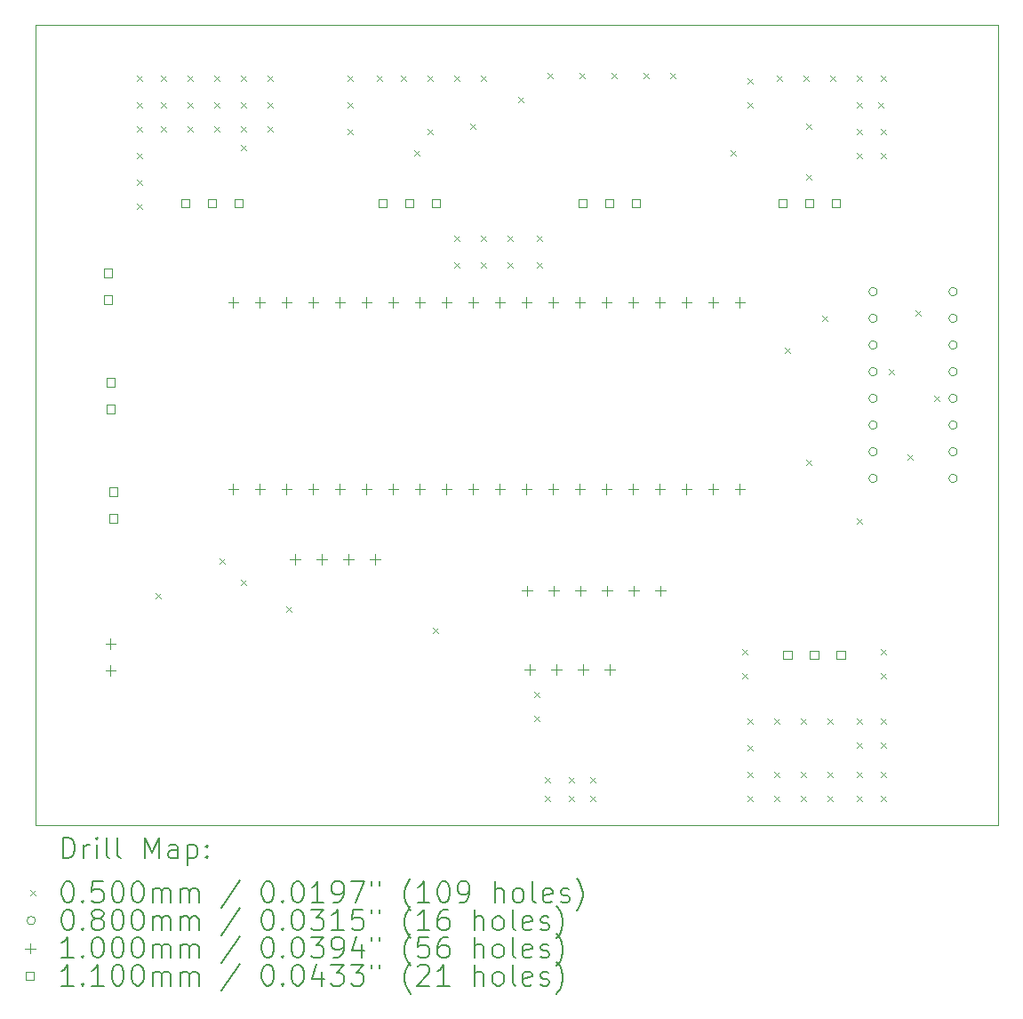
<source format=gbr>
%TF.GenerationSoftware,KiCad,Pcbnew,7.0.10*%
%TF.CreationDate,2024-03-26T13:20:54+05:30*%
%TF.ProjectId,PocketPCR,506f636b-6574-4504-9352-2e6b69636164,rev?*%
%TF.SameCoordinates,Original*%
%TF.FileFunction,Drillmap*%
%TF.FilePolarity,Positive*%
%FSLAX45Y45*%
G04 Gerber Fmt 4.5, Leading zero omitted, Abs format (unit mm)*
G04 Created by KiCad (PCBNEW 7.0.10) date 2024-03-26 13:20:54*
%MOMM*%
%LPD*%
G01*
G04 APERTURE LIST*
%ADD10C,0.100000*%
%ADD11C,0.200000*%
%ADD12C,0.110000*%
G04 APERTURE END LIST*
D10*
X8178800Y-5080000D02*
X17348200Y-5080000D01*
X17348200Y-12700000D01*
X8178800Y-12700000D01*
X8178800Y-5080000D01*
D11*
D10*
X9144400Y-5563000D02*
X9194400Y-5613000D01*
X9194400Y-5563000D02*
X9144400Y-5613000D01*
X9144400Y-5817000D02*
X9194400Y-5867000D01*
X9194400Y-5817000D02*
X9144400Y-5867000D01*
X9144400Y-6045600D02*
X9194400Y-6095600D01*
X9194400Y-6045600D02*
X9144400Y-6095600D01*
X9144400Y-6299600D02*
X9194400Y-6349600D01*
X9194400Y-6299600D02*
X9144400Y-6349600D01*
X9144400Y-6553600D02*
X9194400Y-6603600D01*
X9194400Y-6553600D02*
X9144400Y-6603600D01*
X9144400Y-6782200D02*
X9194400Y-6832200D01*
X9194400Y-6782200D02*
X9144400Y-6832200D01*
X9322200Y-10490600D02*
X9372200Y-10540600D01*
X9372200Y-10490600D02*
X9322200Y-10540600D01*
X9373000Y-5563000D02*
X9423000Y-5613000D01*
X9423000Y-5563000D02*
X9373000Y-5613000D01*
X9373000Y-5817000D02*
X9423000Y-5867000D01*
X9423000Y-5817000D02*
X9373000Y-5867000D01*
X9373000Y-6045600D02*
X9423000Y-6095600D01*
X9423000Y-6045600D02*
X9373000Y-6095600D01*
X9627000Y-5563000D02*
X9677000Y-5613000D01*
X9677000Y-5563000D02*
X9627000Y-5613000D01*
X9627000Y-5817000D02*
X9677000Y-5867000D01*
X9677000Y-5817000D02*
X9627000Y-5867000D01*
X9627000Y-6045600D02*
X9677000Y-6095600D01*
X9677000Y-6045600D02*
X9627000Y-6095600D01*
X9881000Y-5563000D02*
X9931000Y-5613000D01*
X9931000Y-5563000D02*
X9881000Y-5613000D01*
X9881000Y-5817000D02*
X9931000Y-5867000D01*
X9931000Y-5817000D02*
X9881000Y-5867000D01*
X9881000Y-6045600D02*
X9931000Y-6095600D01*
X9931000Y-6045600D02*
X9881000Y-6095600D01*
X9931800Y-10160400D02*
X9981800Y-10210400D01*
X9981800Y-10160400D02*
X9931800Y-10210400D01*
X10135000Y-5563000D02*
X10185000Y-5613000D01*
X10185000Y-5563000D02*
X10135000Y-5613000D01*
X10135000Y-5817000D02*
X10185000Y-5867000D01*
X10185000Y-5817000D02*
X10135000Y-5867000D01*
X10135000Y-6045600D02*
X10185000Y-6095600D01*
X10185000Y-6045600D02*
X10135000Y-6095600D01*
X10135000Y-6223400D02*
X10185000Y-6273400D01*
X10185000Y-6223400D02*
X10135000Y-6273400D01*
X10135000Y-10363600D02*
X10185000Y-10413600D01*
X10185000Y-10363600D02*
X10135000Y-10413600D01*
X10389000Y-5563000D02*
X10439000Y-5613000D01*
X10439000Y-5563000D02*
X10389000Y-5613000D01*
X10389000Y-5817000D02*
X10439000Y-5867000D01*
X10439000Y-5817000D02*
X10389000Y-5867000D01*
X10389000Y-6045600D02*
X10439000Y-6095600D01*
X10439000Y-6045600D02*
X10389000Y-6095600D01*
X10566800Y-10617600D02*
X10616800Y-10667600D01*
X10616800Y-10617600D02*
X10566800Y-10667600D01*
X11151000Y-5563000D02*
X11201000Y-5613000D01*
X11201000Y-5563000D02*
X11151000Y-5613000D01*
X11151000Y-5817000D02*
X11201000Y-5867000D01*
X11201000Y-5817000D02*
X11151000Y-5867000D01*
X11151000Y-6071000D02*
X11201000Y-6121000D01*
X11201000Y-6071000D02*
X11151000Y-6121000D01*
X11430400Y-5563000D02*
X11480400Y-5613000D01*
X11480400Y-5563000D02*
X11430400Y-5613000D01*
X11659000Y-5563000D02*
X11709000Y-5613000D01*
X11709000Y-5563000D02*
X11659000Y-5613000D01*
X11786000Y-6274200D02*
X11836000Y-6324200D01*
X11836000Y-6274200D02*
X11786000Y-6324200D01*
X11913000Y-5563000D02*
X11963000Y-5613000D01*
X11963000Y-5563000D02*
X11913000Y-5613000D01*
X11913000Y-6071000D02*
X11963000Y-6121000D01*
X11963000Y-6071000D02*
X11913000Y-6121000D01*
X11963800Y-10820800D02*
X12013800Y-10870800D01*
X12013800Y-10820800D02*
X11963800Y-10870800D01*
X12167000Y-5563000D02*
X12217000Y-5613000D01*
X12217000Y-5563000D02*
X12167000Y-5613000D01*
X12167000Y-7087000D02*
X12217000Y-7137000D01*
X12217000Y-7087000D02*
X12167000Y-7137000D01*
X12167000Y-7341000D02*
X12217000Y-7391000D01*
X12217000Y-7341000D02*
X12167000Y-7391000D01*
X12319400Y-6020200D02*
X12369400Y-6070200D01*
X12369400Y-6020200D02*
X12319400Y-6070200D01*
X12421000Y-5563000D02*
X12471000Y-5613000D01*
X12471000Y-5563000D02*
X12421000Y-5613000D01*
X12421000Y-7087000D02*
X12471000Y-7137000D01*
X12471000Y-7087000D02*
X12421000Y-7137000D01*
X12421000Y-7341000D02*
X12471000Y-7391000D01*
X12471000Y-7341000D02*
X12421000Y-7391000D01*
X12675000Y-7087000D02*
X12725000Y-7137000D01*
X12725000Y-7087000D02*
X12675000Y-7137000D01*
X12675000Y-7341000D02*
X12725000Y-7391000D01*
X12725000Y-7341000D02*
X12675000Y-7391000D01*
X12776600Y-5766200D02*
X12826600Y-5816200D01*
X12826600Y-5766200D02*
X12776600Y-5816200D01*
X12929000Y-11430400D02*
X12979000Y-11480400D01*
X12979000Y-11430400D02*
X12929000Y-11480400D01*
X12929000Y-11659000D02*
X12979000Y-11709000D01*
X12979000Y-11659000D02*
X12929000Y-11709000D01*
X12954400Y-7087000D02*
X13004400Y-7137000D01*
X13004400Y-7087000D02*
X12954400Y-7137000D01*
X12954400Y-7341000D02*
X13004400Y-7391000D01*
X13004400Y-7341000D02*
X12954400Y-7391000D01*
X13030600Y-12243200D02*
X13080600Y-12293200D01*
X13080600Y-12243200D02*
X13030600Y-12293200D01*
X13030600Y-12421000D02*
X13080600Y-12471000D01*
X13080600Y-12421000D02*
X13030600Y-12471000D01*
X13056000Y-5537600D02*
X13106000Y-5587600D01*
X13106000Y-5537600D02*
X13056000Y-5587600D01*
X13259200Y-12243200D02*
X13309200Y-12293200D01*
X13309200Y-12243200D02*
X13259200Y-12293200D01*
X13259200Y-12421000D02*
X13309200Y-12471000D01*
X13309200Y-12421000D02*
X13259200Y-12471000D01*
X13360800Y-5537600D02*
X13410800Y-5587600D01*
X13410800Y-5537600D02*
X13360800Y-5587600D01*
X13462400Y-12243200D02*
X13512400Y-12293200D01*
X13512400Y-12243200D02*
X13462400Y-12293200D01*
X13462400Y-12421000D02*
X13512400Y-12471000D01*
X13512400Y-12421000D02*
X13462400Y-12471000D01*
X13665600Y-5537600D02*
X13715600Y-5587600D01*
X13715600Y-5537600D02*
X13665600Y-5587600D01*
X13970400Y-5537600D02*
X14020400Y-5587600D01*
X14020400Y-5537600D02*
X13970400Y-5587600D01*
X14224400Y-5537600D02*
X14274400Y-5587600D01*
X14274400Y-5537600D02*
X14224400Y-5587600D01*
X14793900Y-6274200D02*
X14843900Y-6324200D01*
X14843900Y-6274200D02*
X14793900Y-6324200D01*
X14910200Y-11024000D02*
X14960200Y-11074000D01*
X14960200Y-11024000D02*
X14910200Y-11074000D01*
X14910200Y-11252600D02*
X14960200Y-11302600D01*
X14960200Y-11252600D02*
X14910200Y-11302600D01*
X14961000Y-5588400D02*
X15011000Y-5638400D01*
X15011000Y-5588400D02*
X14961000Y-5638400D01*
X14961000Y-5817000D02*
X15011000Y-5867000D01*
X15011000Y-5817000D02*
X14961000Y-5867000D01*
X14961000Y-11684400D02*
X15011000Y-11734400D01*
X15011000Y-11684400D02*
X14961000Y-11734400D01*
X14961000Y-11938400D02*
X15011000Y-11988400D01*
X15011000Y-11938400D02*
X14961000Y-11988400D01*
X14961000Y-12192400D02*
X15011000Y-12242400D01*
X15011000Y-12192400D02*
X14961000Y-12242400D01*
X14961000Y-12421000D02*
X15011000Y-12471000D01*
X15011000Y-12421000D02*
X14961000Y-12471000D01*
X15215000Y-11684400D02*
X15265000Y-11734400D01*
X15265000Y-11684400D02*
X15215000Y-11734400D01*
X15215000Y-12192400D02*
X15265000Y-12242400D01*
X15265000Y-12192400D02*
X15215000Y-12242400D01*
X15215000Y-12421000D02*
X15265000Y-12471000D01*
X15265000Y-12421000D02*
X15215000Y-12471000D01*
X15240400Y-5563000D02*
X15290400Y-5613000D01*
X15290400Y-5563000D02*
X15240400Y-5613000D01*
X15316600Y-8153800D02*
X15366600Y-8203800D01*
X15366600Y-8153800D02*
X15316600Y-8203800D01*
X15469000Y-11684400D02*
X15519000Y-11734400D01*
X15519000Y-11684400D02*
X15469000Y-11734400D01*
X15469000Y-12192400D02*
X15519000Y-12242400D01*
X15519000Y-12192400D02*
X15469000Y-12242400D01*
X15469000Y-12421000D02*
X15519000Y-12471000D01*
X15519000Y-12421000D02*
X15469000Y-12471000D01*
X15494400Y-5563000D02*
X15544400Y-5613000D01*
X15544400Y-5563000D02*
X15494400Y-5613000D01*
X15519800Y-6020200D02*
X15569800Y-6070200D01*
X15569800Y-6020200D02*
X15519800Y-6070200D01*
X15519800Y-6502800D02*
X15569800Y-6552800D01*
X15569800Y-6502800D02*
X15519800Y-6552800D01*
X15519800Y-9220600D02*
X15569800Y-9270600D01*
X15569800Y-9220600D02*
X15519800Y-9270600D01*
X15672200Y-7849000D02*
X15722200Y-7899000D01*
X15722200Y-7849000D02*
X15672200Y-7899000D01*
X15723000Y-11684400D02*
X15773000Y-11734400D01*
X15773000Y-11684400D02*
X15723000Y-11734400D01*
X15723000Y-12192400D02*
X15773000Y-12242400D01*
X15773000Y-12192400D02*
X15723000Y-12242400D01*
X15723000Y-12421000D02*
X15773000Y-12471000D01*
X15773000Y-12421000D02*
X15723000Y-12471000D01*
X15748400Y-5563000D02*
X15798400Y-5613000D01*
X15798400Y-5563000D02*
X15748400Y-5613000D01*
X16002400Y-5563000D02*
X16052400Y-5613000D01*
X16052400Y-5563000D02*
X16002400Y-5613000D01*
X16002400Y-5817000D02*
X16052400Y-5867000D01*
X16052400Y-5817000D02*
X16002400Y-5867000D01*
X16002400Y-6071000D02*
X16052400Y-6121000D01*
X16052400Y-6071000D02*
X16002400Y-6121000D01*
X16002400Y-6299600D02*
X16052400Y-6349600D01*
X16052400Y-6299600D02*
X16002400Y-6349600D01*
X16002400Y-9779400D02*
X16052400Y-9829400D01*
X16052400Y-9779400D02*
X16002400Y-9829400D01*
X16002400Y-11684400D02*
X16052400Y-11734400D01*
X16052400Y-11684400D02*
X16002400Y-11734400D01*
X16002400Y-11913000D02*
X16052400Y-11963000D01*
X16052400Y-11913000D02*
X16002400Y-11963000D01*
X16002400Y-12192400D02*
X16052400Y-12242400D01*
X16052400Y-12192400D02*
X16002400Y-12242400D01*
X16002400Y-12421000D02*
X16052400Y-12471000D01*
X16052400Y-12421000D02*
X16002400Y-12471000D01*
X16205600Y-5817000D02*
X16255600Y-5867000D01*
X16255600Y-5817000D02*
X16205600Y-5867000D01*
X16231000Y-5563000D02*
X16281000Y-5613000D01*
X16281000Y-5563000D02*
X16231000Y-5613000D01*
X16231000Y-6071000D02*
X16281000Y-6121000D01*
X16281000Y-6071000D02*
X16231000Y-6121000D01*
X16231000Y-6299600D02*
X16281000Y-6349600D01*
X16281000Y-6299600D02*
X16231000Y-6349600D01*
X16231000Y-11024000D02*
X16281000Y-11074000D01*
X16281000Y-11024000D02*
X16231000Y-11074000D01*
X16231000Y-11252600D02*
X16281000Y-11302600D01*
X16281000Y-11252600D02*
X16231000Y-11302600D01*
X16231000Y-11684400D02*
X16281000Y-11734400D01*
X16281000Y-11684400D02*
X16231000Y-11734400D01*
X16231000Y-11913000D02*
X16281000Y-11963000D01*
X16281000Y-11913000D02*
X16231000Y-11963000D01*
X16231000Y-12192400D02*
X16281000Y-12242400D01*
X16281000Y-12192400D02*
X16231000Y-12242400D01*
X16231000Y-12421000D02*
X16281000Y-12471000D01*
X16281000Y-12421000D02*
X16231000Y-12471000D01*
X16307200Y-8357000D02*
X16357200Y-8407000D01*
X16357200Y-8357000D02*
X16307200Y-8407000D01*
X16485000Y-9169800D02*
X16535000Y-9219800D01*
X16535000Y-9169800D02*
X16485000Y-9219800D01*
X16561200Y-7798200D02*
X16611200Y-7848200D01*
X16611200Y-7798200D02*
X16561200Y-7848200D01*
X16739000Y-8611000D02*
X16789000Y-8661000D01*
X16789000Y-8611000D02*
X16739000Y-8661000D01*
X16194400Y-7620000D02*
G75*
G03*
X16114400Y-7620000I-40000J0D01*
G01*
X16114400Y-7620000D02*
G75*
G03*
X16194400Y-7620000I40000J0D01*
G01*
X16194400Y-7874000D02*
G75*
G03*
X16114400Y-7874000I-40000J0D01*
G01*
X16114400Y-7874000D02*
G75*
G03*
X16194400Y-7874000I40000J0D01*
G01*
X16194400Y-8128000D02*
G75*
G03*
X16114400Y-8128000I-40000J0D01*
G01*
X16114400Y-8128000D02*
G75*
G03*
X16194400Y-8128000I40000J0D01*
G01*
X16194400Y-8382000D02*
G75*
G03*
X16114400Y-8382000I-40000J0D01*
G01*
X16114400Y-8382000D02*
G75*
G03*
X16194400Y-8382000I40000J0D01*
G01*
X16194400Y-8636000D02*
G75*
G03*
X16114400Y-8636000I-40000J0D01*
G01*
X16114400Y-8636000D02*
G75*
G03*
X16194400Y-8636000I40000J0D01*
G01*
X16194400Y-8890000D02*
G75*
G03*
X16114400Y-8890000I-40000J0D01*
G01*
X16114400Y-8890000D02*
G75*
G03*
X16194400Y-8890000I40000J0D01*
G01*
X16194400Y-9144000D02*
G75*
G03*
X16114400Y-9144000I-40000J0D01*
G01*
X16114400Y-9144000D02*
G75*
G03*
X16194400Y-9144000I40000J0D01*
G01*
X16194400Y-9398000D02*
G75*
G03*
X16114400Y-9398000I-40000J0D01*
G01*
X16114400Y-9398000D02*
G75*
G03*
X16194400Y-9398000I40000J0D01*
G01*
X16956400Y-7620000D02*
G75*
G03*
X16876400Y-7620000I-40000J0D01*
G01*
X16876400Y-7620000D02*
G75*
G03*
X16956400Y-7620000I40000J0D01*
G01*
X16956400Y-7874000D02*
G75*
G03*
X16876400Y-7874000I-40000J0D01*
G01*
X16876400Y-7874000D02*
G75*
G03*
X16956400Y-7874000I40000J0D01*
G01*
X16956400Y-8128000D02*
G75*
G03*
X16876400Y-8128000I-40000J0D01*
G01*
X16876400Y-8128000D02*
G75*
G03*
X16956400Y-8128000I40000J0D01*
G01*
X16956400Y-8382000D02*
G75*
G03*
X16876400Y-8382000I-40000J0D01*
G01*
X16876400Y-8382000D02*
G75*
G03*
X16956400Y-8382000I40000J0D01*
G01*
X16956400Y-8636000D02*
G75*
G03*
X16876400Y-8636000I-40000J0D01*
G01*
X16876400Y-8636000D02*
G75*
G03*
X16956400Y-8636000I40000J0D01*
G01*
X16956400Y-8890000D02*
G75*
G03*
X16876400Y-8890000I-40000J0D01*
G01*
X16876400Y-8890000D02*
G75*
G03*
X16956400Y-8890000I40000J0D01*
G01*
X16956400Y-9144000D02*
G75*
G03*
X16876400Y-9144000I-40000J0D01*
G01*
X16876400Y-9144000D02*
G75*
G03*
X16956400Y-9144000I40000J0D01*
G01*
X16956400Y-9398000D02*
G75*
G03*
X16876400Y-9398000I-40000J0D01*
G01*
X16876400Y-9398000D02*
G75*
G03*
X16956400Y-9398000I40000J0D01*
G01*
X8890000Y-10923300D02*
X8890000Y-11023300D01*
X8840000Y-10973300D02*
X8940000Y-10973300D01*
X8890000Y-11177300D02*
X8890000Y-11277300D01*
X8840000Y-11227300D02*
X8940000Y-11227300D01*
X10058400Y-7671600D02*
X10058400Y-7771600D01*
X10008400Y-7721600D02*
X10108400Y-7721600D01*
X10058400Y-9449600D02*
X10058400Y-9549600D01*
X10008400Y-9499600D02*
X10108400Y-9499600D01*
X10312400Y-7671600D02*
X10312400Y-7771600D01*
X10262400Y-7721600D02*
X10362400Y-7721600D01*
X10312400Y-9449600D02*
X10312400Y-9549600D01*
X10262400Y-9499600D02*
X10362400Y-9499600D01*
X10566400Y-7671600D02*
X10566400Y-7771600D01*
X10516400Y-7721600D02*
X10616400Y-7721600D01*
X10566400Y-9449600D02*
X10566400Y-9549600D01*
X10516400Y-9499600D02*
X10616400Y-9499600D01*
X10648600Y-10120900D02*
X10648600Y-10220900D01*
X10598600Y-10170900D02*
X10698600Y-10170900D01*
X10820400Y-7671600D02*
X10820400Y-7771600D01*
X10770400Y-7721600D02*
X10870400Y-7721600D01*
X10820400Y-9449600D02*
X10820400Y-9549600D01*
X10770400Y-9499600D02*
X10870400Y-9499600D01*
X10902600Y-10120900D02*
X10902600Y-10220900D01*
X10852600Y-10170900D02*
X10952600Y-10170900D01*
X11074400Y-7671600D02*
X11074400Y-7771600D01*
X11024400Y-7721600D02*
X11124400Y-7721600D01*
X11074400Y-9449600D02*
X11074400Y-9549600D01*
X11024400Y-9499600D02*
X11124400Y-9499600D01*
X11156600Y-10120900D02*
X11156600Y-10220900D01*
X11106600Y-10170900D02*
X11206600Y-10170900D01*
X11328400Y-7671600D02*
X11328400Y-7771600D01*
X11278400Y-7721600D02*
X11378400Y-7721600D01*
X11328400Y-9449600D02*
X11328400Y-9549600D01*
X11278400Y-9499600D02*
X11378400Y-9499600D01*
X11410600Y-10120900D02*
X11410600Y-10220900D01*
X11360600Y-10170900D02*
X11460600Y-10170900D01*
X11582400Y-7671600D02*
X11582400Y-7771600D01*
X11532400Y-7721600D02*
X11632400Y-7721600D01*
X11582400Y-9449600D02*
X11582400Y-9549600D01*
X11532400Y-9499600D02*
X11632400Y-9499600D01*
X11836400Y-7671600D02*
X11836400Y-7771600D01*
X11786400Y-7721600D02*
X11886400Y-7721600D01*
X11836400Y-9449600D02*
X11836400Y-9549600D01*
X11786400Y-9499600D02*
X11886400Y-9499600D01*
X12090400Y-7671600D02*
X12090400Y-7771600D01*
X12040400Y-7721600D02*
X12140400Y-7721600D01*
X12090400Y-9449600D02*
X12090400Y-9549600D01*
X12040400Y-9499600D02*
X12140400Y-9499600D01*
X12344400Y-7671600D02*
X12344400Y-7771600D01*
X12294400Y-7721600D02*
X12394400Y-7721600D01*
X12344400Y-9449600D02*
X12344400Y-9549600D01*
X12294400Y-9499600D02*
X12394400Y-9499600D01*
X12598400Y-7671600D02*
X12598400Y-7771600D01*
X12548400Y-7721600D02*
X12648400Y-7721600D01*
X12598400Y-9449600D02*
X12598400Y-9549600D01*
X12548400Y-9499600D02*
X12648400Y-9499600D01*
X12852400Y-7671600D02*
X12852400Y-7771600D01*
X12802400Y-7721600D02*
X12902400Y-7721600D01*
X12852400Y-9449600D02*
X12852400Y-9549600D01*
X12802400Y-9499600D02*
X12902400Y-9499600D01*
X12857150Y-10418650D02*
X12857150Y-10518650D01*
X12807150Y-10468650D02*
X12907150Y-10468650D01*
X12884050Y-11168050D02*
X12884050Y-11268050D01*
X12834050Y-11218050D02*
X12934050Y-11218050D01*
X13106400Y-7671600D02*
X13106400Y-7771600D01*
X13056400Y-7721600D02*
X13156400Y-7721600D01*
X13106400Y-9449600D02*
X13106400Y-9549600D01*
X13056400Y-9499600D02*
X13156400Y-9499600D01*
X13110150Y-10418650D02*
X13110150Y-10518650D01*
X13060150Y-10468650D02*
X13160150Y-10468650D01*
X13138050Y-11168050D02*
X13138050Y-11268050D01*
X13088050Y-11218050D02*
X13188050Y-11218050D01*
X13360400Y-7671600D02*
X13360400Y-7771600D01*
X13310400Y-7721600D02*
X13410400Y-7721600D01*
X13360400Y-9449600D02*
X13360400Y-9549600D01*
X13310400Y-9499600D02*
X13410400Y-9499600D01*
X13365150Y-10418650D02*
X13365150Y-10518650D01*
X13315150Y-10468650D02*
X13415150Y-10468650D01*
X13392050Y-11168050D02*
X13392050Y-11268050D01*
X13342050Y-11218050D02*
X13442050Y-11218050D01*
X13614400Y-7671600D02*
X13614400Y-7771600D01*
X13564400Y-7721600D02*
X13664400Y-7721600D01*
X13614400Y-9449600D02*
X13614400Y-9549600D01*
X13564400Y-9499600D02*
X13664400Y-9499600D01*
X13619150Y-10418650D02*
X13619150Y-10518650D01*
X13569150Y-10468650D02*
X13669150Y-10468650D01*
X13646050Y-11168050D02*
X13646050Y-11268050D01*
X13596050Y-11218050D02*
X13696050Y-11218050D01*
X13868400Y-7671600D02*
X13868400Y-7771600D01*
X13818400Y-7721600D02*
X13918400Y-7721600D01*
X13868400Y-9449600D02*
X13868400Y-9549600D01*
X13818400Y-9499600D02*
X13918400Y-9499600D01*
X13873150Y-10418650D02*
X13873150Y-10518650D01*
X13823150Y-10468650D02*
X13923150Y-10468650D01*
X14122400Y-7671600D02*
X14122400Y-7771600D01*
X14072400Y-7721600D02*
X14172400Y-7721600D01*
X14122400Y-9449600D02*
X14122400Y-9549600D01*
X14072400Y-9499600D02*
X14172400Y-9499600D01*
X14127150Y-10418650D02*
X14127150Y-10518650D01*
X14077150Y-10468650D02*
X14177150Y-10468650D01*
X14376400Y-7671600D02*
X14376400Y-7771600D01*
X14326400Y-7721600D02*
X14426400Y-7721600D01*
X14376400Y-9449600D02*
X14376400Y-9549600D01*
X14326400Y-9499600D02*
X14426400Y-9499600D01*
X14630400Y-7671600D02*
X14630400Y-7771600D01*
X14580400Y-7721600D02*
X14680400Y-7721600D01*
X14630400Y-9449600D02*
X14630400Y-9549600D01*
X14580400Y-9499600D02*
X14680400Y-9499600D01*
X14884400Y-7671600D02*
X14884400Y-7771600D01*
X14834400Y-7721600D02*
X14934400Y-7721600D01*
X14884400Y-9449600D02*
X14884400Y-9549600D01*
X14834400Y-9499600D02*
X14934400Y-9499600D01*
D12*
X8903491Y-7481091D02*
X8903491Y-7403309D01*
X8825709Y-7403309D01*
X8825709Y-7481091D01*
X8903491Y-7481091D01*
X8903491Y-7735091D02*
X8903491Y-7657309D01*
X8825709Y-7657309D01*
X8825709Y-7735091D01*
X8903491Y-7735091D01*
X8928891Y-8522491D02*
X8928891Y-8444709D01*
X8851109Y-8444709D01*
X8851109Y-8522491D01*
X8928891Y-8522491D01*
X8928891Y-8776491D02*
X8928891Y-8698709D01*
X8851109Y-8698709D01*
X8851109Y-8776491D01*
X8928891Y-8776491D01*
X8954291Y-9563891D02*
X8954291Y-9486109D01*
X8876509Y-9486109D01*
X8876509Y-9563891D01*
X8954291Y-9563891D01*
X8954291Y-9817891D02*
X8954291Y-9740109D01*
X8876509Y-9740109D01*
X8876509Y-9817891D01*
X8954291Y-9817891D01*
X9644091Y-6816491D02*
X9644091Y-6738709D01*
X9566309Y-6738709D01*
X9566309Y-6816491D01*
X9644091Y-6816491D01*
X9898091Y-6816491D02*
X9898091Y-6738709D01*
X9820309Y-6738709D01*
X9820309Y-6816491D01*
X9898091Y-6816491D01*
X10152091Y-6816491D02*
X10152091Y-6738709D01*
X10074309Y-6738709D01*
X10074309Y-6816491D01*
X10152091Y-6816491D01*
X11523691Y-6813991D02*
X11523691Y-6736209D01*
X11445909Y-6736209D01*
X11445909Y-6813991D01*
X11523691Y-6813991D01*
X11777691Y-6813991D02*
X11777691Y-6736209D01*
X11699909Y-6736209D01*
X11699909Y-6813991D01*
X11777691Y-6813991D01*
X12031691Y-6813991D02*
X12031691Y-6736209D01*
X11953909Y-6736209D01*
X11953909Y-6813991D01*
X12031691Y-6813991D01*
X13428691Y-6813991D02*
X13428691Y-6736209D01*
X13350909Y-6736209D01*
X13350909Y-6813991D01*
X13428691Y-6813991D01*
X13682691Y-6813991D02*
X13682691Y-6736209D01*
X13604909Y-6736209D01*
X13604909Y-6813991D01*
X13682691Y-6813991D01*
X13936691Y-6813991D02*
X13936691Y-6736209D01*
X13858909Y-6736209D01*
X13858909Y-6813991D01*
X13936691Y-6813991D01*
X15333691Y-6813991D02*
X15333691Y-6736209D01*
X15255909Y-6736209D01*
X15255909Y-6813991D01*
X15333691Y-6813991D01*
X15376491Y-11118241D02*
X15376491Y-11040459D01*
X15298709Y-11040459D01*
X15298709Y-11118241D01*
X15376491Y-11118241D01*
X15587691Y-6813991D02*
X15587691Y-6736209D01*
X15509909Y-6736209D01*
X15509909Y-6813991D01*
X15587691Y-6813991D01*
X15630491Y-11118241D02*
X15630491Y-11040459D01*
X15552709Y-11040459D01*
X15552709Y-11118241D01*
X15630491Y-11118241D01*
X15841691Y-6813991D02*
X15841691Y-6736209D01*
X15763909Y-6736209D01*
X15763909Y-6813991D01*
X15841691Y-6813991D01*
X15884491Y-11118241D02*
X15884491Y-11040459D01*
X15806709Y-11040459D01*
X15806709Y-11118241D01*
X15884491Y-11118241D01*
D11*
X8434577Y-13016484D02*
X8434577Y-12816484D01*
X8434577Y-12816484D02*
X8482196Y-12816484D01*
X8482196Y-12816484D02*
X8510767Y-12826008D01*
X8510767Y-12826008D02*
X8529815Y-12845055D01*
X8529815Y-12845055D02*
X8539339Y-12864103D01*
X8539339Y-12864103D02*
X8548863Y-12902198D01*
X8548863Y-12902198D02*
X8548863Y-12930769D01*
X8548863Y-12930769D02*
X8539339Y-12968865D01*
X8539339Y-12968865D02*
X8529815Y-12987912D01*
X8529815Y-12987912D02*
X8510767Y-13006960D01*
X8510767Y-13006960D02*
X8482196Y-13016484D01*
X8482196Y-13016484D02*
X8434577Y-13016484D01*
X8634577Y-13016484D02*
X8634577Y-12883150D01*
X8634577Y-12921246D02*
X8644101Y-12902198D01*
X8644101Y-12902198D02*
X8653624Y-12892674D01*
X8653624Y-12892674D02*
X8672672Y-12883150D01*
X8672672Y-12883150D02*
X8691720Y-12883150D01*
X8758386Y-13016484D02*
X8758386Y-12883150D01*
X8758386Y-12816484D02*
X8748863Y-12826008D01*
X8748863Y-12826008D02*
X8758386Y-12835531D01*
X8758386Y-12835531D02*
X8767910Y-12826008D01*
X8767910Y-12826008D02*
X8758386Y-12816484D01*
X8758386Y-12816484D02*
X8758386Y-12835531D01*
X8882196Y-13016484D02*
X8863148Y-13006960D01*
X8863148Y-13006960D02*
X8853624Y-12987912D01*
X8853624Y-12987912D02*
X8853624Y-12816484D01*
X8986958Y-13016484D02*
X8967910Y-13006960D01*
X8967910Y-13006960D02*
X8958386Y-12987912D01*
X8958386Y-12987912D02*
X8958386Y-12816484D01*
X9215529Y-13016484D02*
X9215529Y-12816484D01*
X9215529Y-12816484D02*
X9282196Y-12959341D01*
X9282196Y-12959341D02*
X9348863Y-12816484D01*
X9348863Y-12816484D02*
X9348863Y-13016484D01*
X9529815Y-13016484D02*
X9529815Y-12911722D01*
X9529815Y-12911722D02*
X9520291Y-12892674D01*
X9520291Y-12892674D02*
X9501244Y-12883150D01*
X9501244Y-12883150D02*
X9463148Y-12883150D01*
X9463148Y-12883150D02*
X9444101Y-12892674D01*
X9529815Y-13006960D02*
X9510767Y-13016484D01*
X9510767Y-13016484D02*
X9463148Y-13016484D01*
X9463148Y-13016484D02*
X9444101Y-13006960D01*
X9444101Y-13006960D02*
X9434577Y-12987912D01*
X9434577Y-12987912D02*
X9434577Y-12968865D01*
X9434577Y-12968865D02*
X9444101Y-12949817D01*
X9444101Y-12949817D02*
X9463148Y-12940293D01*
X9463148Y-12940293D02*
X9510767Y-12940293D01*
X9510767Y-12940293D02*
X9529815Y-12930769D01*
X9625053Y-12883150D02*
X9625053Y-13083150D01*
X9625053Y-12892674D02*
X9644101Y-12883150D01*
X9644101Y-12883150D02*
X9682196Y-12883150D01*
X9682196Y-12883150D02*
X9701244Y-12892674D01*
X9701244Y-12892674D02*
X9710767Y-12902198D01*
X9710767Y-12902198D02*
X9720291Y-12921246D01*
X9720291Y-12921246D02*
X9720291Y-12978388D01*
X9720291Y-12978388D02*
X9710767Y-12997436D01*
X9710767Y-12997436D02*
X9701244Y-13006960D01*
X9701244Y-13006960D02*
X9682196Y-13016484D01*
X9682196Y-13016484D02*
X9644101Y-13016484D01*
X9644101Y-13016484D02*
X9625053Y-13006960D01*
X9806005Y-12997436D02*
X9815529Y-13006960D01*
X9815529Y-13006960D02*
X9806005Y-13016484D01*
X9806005Y-13016484D02*
X9796482Y-13006960D01*
X9796482Y-13006960D02*
X9806005Y-12997436D01*
X9806005Y-12997436D02*
X9806005Y-13016484D01*
X9806005Y-12892674D02*
X9815529Y-12902198D01*
X9815529Y-12902198D02*
X9806005Y-12911722D01*
X9806005Y-12911722D02*
X9796482Y-12902198D01*
X9796482Y-12902198D02*
X9806005Y-12892674D01*
X9806005Y-12892674D02*
X9806005Y-12911722D01*
D10*
X8123800Y-13320000D02*
X8173800Y-13370000D01*
X8173800Y-13320000D02*
X8123800Y-13370000D01*
D11*
X8472672Y-13236484D02*
X8491720Y-13236484D01*
X8491720Y-13236484D02*
X8510767Y-13246008D01*
X8510767Y-13246008D02*
X8520291Y-13255531D01*
X8520291Y-13255531D02*
X8529815Y-13274579D01*
X8529815Y-13274579D02*
X8539339Y-13312674D01*
X8539339Y-13312674D02*
X8539339Y-13360293D01*
X8539339Y-13360293D02*
X8529815Y-13398388D01*
X8529815Y-13398388D02*
X8520291Y-13417436D01*
X8520291Y-13417436D02*
X8510767Y-13426960D01*
X8510767Y-13426960D02*
X8491720Y-13436484D01*
X8491720Y-13436484D02*
X8472672Y-13436484D01*
X8472672Y-13436484D02*
X8453624Y-13426960D01*
X8453624Y-13426960D02*
X8444101Y-13417436D01*
X8444101Y-13417436D02*
X8434577Y-13398388D01*
X8434577Y-13398388D02*
X8425053Y-13360293D01*
X8425053Y-13360293D02*
X8425053Y-13312674D01*
X8425053Y-13312674D02*
X8434577Y-13274579D01*
X8434577Y-13274579D02*
X8444101Y-13255531D01*
X8444101Y-13255531D02*
X8453624Y-13246008D01*
X8453624Y-13246008D02*
X8472672Y-13236484D01*
X8625053Y-13417436D02*
X8634577Y-13426960D01*
X8634577Y-13426960D02*
X8625053Y-13436484D01*
X8625053Y-13436484D02*
X8615529Y-13426960D01*
X8615529Y-13426960D02*
X8625053Y-13417436D01*
X8625053Y-13417436D02*
X8625053Y-13436484D01*
X8815529Y-13236484D02*
X8720291Y-13236484D01*
X8720291Y-13236484D02*
X8710767Y-13331722D01*
X8710767Y-13331722D02*
X8720291Y-13322198D01*
X8720291Y-13322198D02*
X8739339Y-13312674D01*
X8739339Y-13312674D02*
X8786958Y-13312674D01*
X8786958Y-13312674D02*
X8806005Y-13322198D01*
X8806005Y-13322198D02*
X8815529Y-13331722D01*
X8815529Y-13331722D02*
X8825053Y-13350769D01*
X8825053Y-13350769D02*
X8825053Y-13398388D01*
X8825053Y-13398388D02*
X8815529Y-13417436D01*
X8815529Y-13417436D02*
X8806005Y-13426960D01*
X8806005Y-13426960D02*
X8786958Y-13436484D01*
X8786958Y-13436484D02*
X8739339Y-13436484D01*
X8739339Y-13436484D02*
X8720291Y-13426960D01*
X8720291Y-13426960D02*
X8710767Y-13417436D01*
X8948863Y-13236484D02*
X8967910Y-13236484D01*
X8967910Y-13236484D02*
X8986958Y-13246008D01*
X8986958Y-13246008D02*
X8996482Y-13255531D01*
X8996482Y-13255531D02*
X9006005Y-13274579D01*
X9006005Y-13274579D02*
X9015529Y-13312674D01*
X9015529Y-13312674D02*
X9015529Y-13360293D01*
X9015529Y-13360293D02*
X9006005Y-13398388D01*
X9006005Y-13398388D02*
X8996482Y-13417436D01*
X8996482Y-13417436D02*
X8986958Y-13426960D01*
X8986958Y-13426960D02*
X8967910Y-13436484D01*
X8967910Y-13436484D02*
X8948863Y-13436484D01*
X8948863Y-13436484D02*
X8929815Y-13426960D01*
X8929815Y-13426960D02*
X8920291Y-13417436D01*
X8920291Y-13417436D02*
X8910767Y-13398388D01*
X8910767Y-13398388D02*
X8901244Y-13360293D01*
X8901244Y-13360293D02*
X8901244Y-13312674D01*
X8901244Y-13312674D02*
X8910767Y-13274579D01*
X8910767Y-13274579D02*
X8920291Y-13255531D01*
X8920291Y-13255531D02*
X8929815Y-13246008D01*
X8929815Y-13246008D02*
X8948863Y-13236484D01*
X9139339Y-13236484D02*
X9158386Y-13236484D01*
X9158386Y-13236484D02*
X9177434Y-13246008D01*
X9177434Y-13246008D02*
X9186958Y-13255531D01*
X9186958Y-13255531D02*
X9196482Y-13274579D01*
X9196482Y-13274579D02*
X9206005Y-13312674D01*
X9206005Y-13312674D02*
X9206005Y-13360293D01*
X9206005Y-13360293D02*
X9196482Y-13398388D01*
X9196482Y-13398388D02*
X9186958Y-13417436D01*
X9186958Y-13417436D02*
X9177434Y-13426960D01*
X9177434Y-13426960D02*
X9158386Y-13436484D01*
X9158386Y-13436484D02*
X9139339Y-13436484D01*
X9139339Y-13436484D02*
X9120291Y-13426960D01*
X9120291Y-13426960D02*
X9110767Y-13417436D01*
X9110767Y-13417436D02*
X9101244Y-13398388D01*
X9101244Y-13398388D02*
X9091720Y-13360293D01*
X9091720Y-13360293D02*
X9091720Y-13312674D01*
X9091720Y-13312674D02*
X9101244Y-13274579D01*
X9101244Y-13274579D02*
X9110767Y-13255531D01*
X9110767Y-13255531D02*
X9120291Y-13246008D01*
X9120291Y-13246008D02*
X9139339Y-13236484D01*
X9291720Y-13436484D02*
X9291720Y-13303150D01*
X9291720Y-13322198D02*
X9301244Y-13312674D01*
X9301244Y-13312674D02*
X9320291Y-13303150D01*
X9320291Y-13303150D02*
X9348863Y-13303150D01*
X9348863Y-13303150D02*
X9367910Y-13312674D01*
X9367910Y-13312674D02*
X9377434Y-13331722D01*
X9377434Y-13331722D02*
X9377434Y-13436484D01*
X9377434Y-13331722D02*
X9386958Y-13312674D01*
X9386958Y-13312674D02*
X9406005Y-13303150D01*
X9406005Y-13303150D02*
X9434577Y-13303150D01*
X9434577Y-13303150D02*
X9453625Y-13312674D01*
X9453625Y-13312674D02*
X9463148Y-13331722D01*
X9463148Y-13331722D02*
X9463148Y-13436484D01*
X9558386Y-13436484D02*
X9558386Y-13303150D01*
X9558386Y-13322198D02*
X9567910Y-13312674D01*
X9567910Y-13312674D02*
X9586958Y-13303150D01*
X9586958Y-13303150D02*
X9615529Y-13303150D01*
X9615529Y-13303150D02*
X9634577Y-13312674D01*
X9634577Y-13312674D02*
X9644101Y-13331722D01*
X9644101Y-13331722D02*
X9644101Y-13436484D01*
X9644101Y-13331722D02*
X9653625Y-13312674D01*
X9653625Y-13312674D02*
X9672672Y-13303150D01*
X9672672Y-13303150D02*
X9701244Y-13303150D01*
X9701244Y-13303150D02*
X9720291Y-13312674D01*
X9720291Y-13312674D02*
X9729815Y-13331722D01*
X9729815Y-13331722D02*
X9729815Y-13436484D01*
X10120291Y-13226960D02*
X9948863Y-13484103D01*
X10377434Y-13236484D02*
X10396482Y-13236484D01*
X10396482Y-13236484D02*
X10415529Y-13246008D01*
X10415529Y-13246008D02*
X10425053Y-13255531D01*
X10425053Y-13255531D02*
X10434577Y-13274579D01*
X10434577Y-13274579D02*
X10444101Y-13312674D01*
X10444101Y-13312674D02*
X10444101Y-13360293D01*
X10444101Y-13360293D02*
X10434577Y-13398388D01*
X10434577Y-13398388D02*
X10425053Y-13417436D01*
X10425053Y-13417436D02*
X10415529Y-13426960D01*
X10415529Y-13426960D02*
X10396482Y-13436484D01*
X10396482Y-13436484D02*
X10377434Y-13436484D01*
X10377434Y-13436484D02*
X10358387Y-13426960D01*
X10358387Y-13426960D02*
X10348863Y-13417436D01*
X10348863Y-13417436D02*
X10339339Y-13398388D01*
X10339339Y-13398388D02*
X10329815Y-13360293D01*
X10329815Y-13360293D02*
X10329815Y-13312674D01*
X10329815Y-13312674D02*
X10339339Y-13274579D01*
X10339339Y-13274579D02*
X10348863Y-13255531D01*
X10348863Y-13255531D02*
X10358387Y-13246008D01*
X10358387Y-13246008D02*
X10377434Y-13236484D01*
X10529815Y-13417436D02*
X10539339Y-13426960D01*
X10539339Y-13426960D02*
X10529815Y-13436484D01*
X10529815Y-13436484D02*
X10520291Y-13426960D01*
X10520291Y-13426960D02*
X10529815Y-13417436D01*
X10529815Y-13417436D02*
X10529815Y-13436484D01*
X10663148Y-13236484D02*
X10682196Y-13236484D01*
X10682196Y-13236484D02*
X10701244Y-13246008D01*
X10701244Y-13246008D02*
X10710768Y-13255531D01*
X10710768Y-13255531D02*
X10720291Y-13274579D01*
X10720291Y-13274579D02*
X10729815Y-13312674D01*
X10729815Y-13312674D02*
X10729815Y-13360293D01*
X10729815Y-13360293D02*
X10720291Y-13398388D01*
X10720291Y-13398388D02*
X10710768Y-13417436D01*
X10710768Y-13417436D02*
X10701244Y-13426960D01*
X10701244Y-13426960D02*
X10682196Y-13436484D01*
X10682196Y-13436484D02*
X10663148Y-13436484D01*
X10663148Y-13436484D02*
X10644101Y-13426960D01*
X10644101Y-13426960D02*
X10634577Y-13417436D01*
X10634577Y-13417436D02*
X10625053Y-13398388D01*
X10625053Y-13398388D02*
X10615529Y-13360293D01*
X10615529Y-13360293D02*
X10615529Y-13312674D01*
X10615529Y-13312674D02*
X10625053Y-13274579D01*
X10625053Y-13274579D02*
X10634577Y-13255531D01*
X10634577Y-13255531D02*
X10644101Y-13246008D01*
X10644101Y-13246008D02*
X10663148Y-13236484D01*
X10920291Y-13436484D02*
X10806006Y-13436484D01*
X10863148Y-13436484D02*
X10863148Y-13236484D01*
X10863148Y-13236484D02*
X10844101Y-13265055D01*
X10844101Y-13265055D02*
X10825053Y-13284103D01*
X10825053Y-13284103D02*
X10806006Y-13293627D01*
X11015529Y-13436484D02*
X11053625Y-13436484D01*
X11053625Y-13436484D02*
X11072672Y-13426960D01*
X11072672Y-13426960D02*
X11082196Y-13417436D01*
X11082196Y-13417436D02*
X11101244Y-13388865D01*
X11101244Y-13388865D02*
X11110768Y-13350769D01*
X11110768Y-13350769D02*
X11110768Y-13274579D01*
X11110768Y-13274579D02*
X11101244Y-13255531D01*
X11101244Y-13255531D02*
X11091720Y-13246008D01*
X11091720Y-13246008D02*
X11072672Y-13236484D01*
X11072672Y-13236484D02*
X11034577Y-13236484D01*
X11034577Y-13236484D02*
X11015529Y-13246008D01*
X11015529Y-13246008D02*
X11006006Y-13255531D01*
X11006006Y-13255531D02*
X10996482Y-13274579D01*
X10996482Y-13274579D02*
X10996482Y-13322198D01*
X10996482Y-13322198D02*
X11006006Y-13341246D01*
X11006006Y-13341246D02*
X11015529Y-13350769D01*
X11015529Y-13350769D02*
X11034577Y-13360293D01*
X11034577Y-13360293D02*
X11072672Y-13360293D01*
X11072672Y-13360293D02*
X11091720Y-13350769D01*
X11091720Y-13350769D02*
X11101244Y-13341246D01*
X11101244Y-13341246D02*
X11110768Y-13322198D01*
X11177434Y-13236484D02*
X11310767Y-13236484D01*
X11310767Y-13236484D02*
X11225053Y-13436484D01*
X11377434Y-13236484D02*
X11377434Y-13274579D01*
X11453625Y-13236484D02*
X11453625Y-13274579D01*
X11748863Y-13512674D02*
X11739339Y-13503150D01*
X11739339Y-13503150D02*
X11720291Y-13474579D01*
X11720291Y-13474579D02*
X11710768Y-13455531D01*
X11710768Y-13455531D02*
X11701244Y-13426960D01*
X11701244Y-13426960D02*
X11691720Y-13379341D01*
X11691720Y-13379341D02*
X11691720Y-13341246D01*
X11691720Y-13341246D02*
X11701244Y-13293627D01*
X11701244Y-13293627D02*
X11710768Y-13265055D01*
X11710768Y-13265055D02*
X11720291Y-13246008D01*
X11720291Y-13246008D02*
X11739339Y-13217436D01*
X11739339Y-13217436D02*
X11748863Y-13207912D01*
X11929815Y-13436484D02*
X11815529Y-13436484D01*
X11872672Y-13436484D02*
X11872672Y-13236484D01*
X11872672Y-13236484D02*
X11853625Y-13265055D01*
X11853625Y-13265055D02*
X11834577Y-13284103D01*
X11834577Y-13284103D02*
X11815529Y-13293627D01*
X12053625Y-13236484D02*
X12072672Y-13236484D01*
X12072672Y-13236484D02*
X12091720Y-13246008D01*
X12091720Y-13246008D02*
X12101244Y-13255531D01*
X12101244Y-13255531D02*
X12110768Y-13274579D01*
X12110768Y-13274579D02*
X12120291Y-13312674D01*
X12120291Y-13312674D02*
X12120291Y-13360293D01*
X12120291Y-13360293D02*
X12110768Y-13398388D01*
X12110768Y-13398388D02*
X12101244Y-13417436D01*
X12101244Y-13417436D02*
X12091720Y-13426960D01*
X12091720Y-13426960D02*
X12072672Y-13436484D01*
X12072672Y-13436484D02*
X12053625Y-13436484D01*
X12053625Y-13436484D02*
X12034577Y-13426960D01*
X12034577Y-13426960D02*
X12025053Y-13417436D01*
X12025053Y-13417436D02*
X12015529Y-13398388D01*
X12015529Y-13398388D02*
X12006006Y-13360293D01*
X12006006Y-13360293D02*
X12006006Y-13312674D01*
X12006006Y-13312674D02*
X12015529Y-13274579D01*
X12015529Y-13274579D02*
X12025053Y-13255531D01*
X12025053Y-13255531D02*
X12034577Y-13246008D01*
X12034577Y-13246008D02*
X12053625Y-13236484D01*
X12215529Y-13436484D02*
X12253625Y-13436484D01*
X12253625Y-13436484D02*
X12272672Y-13426960D01*
X12272672Y-13426960D02*
X12282196Y-13417436D01*
X12282196Y-13417436D02*
X12301244Y-13388865D01*
X12301244Y-13388865D02*
X12310768Y-13350769D01*
X12310768Y-13350769D02*
X12310768Y-13274579D01*
X12310768Y-13274579D02*
X12301244Y-13255531D01*
X12301244Y-13255531D02*
X12291720Y-13246008D01*
X12291720Y-13246008D02*
X12272672Y-13236484D01*
X12272672Y-13236484D02*
X12234577Y-13236484D01*
X12234577Y-13236484D02*
X12215529Y-13246008D01*
X12215529Y-13246008D02*
X12206006Y-13255531D01*
X12206006Y-13255531D02*
X12196482Y-13274579D01*
X12196482Y-13274579D02*
X12196482Y-13322198D01*
X12196482Y-13322198D02*
X12206006Y-13341246D01*
X12206006Y-13341246D02*
X12215529Y-13350769D01*
X12215529Y-13350769D02*
X12234577Y-13360293D01*
X12234577Y-13360293D02*
X12272672Y-13360293D01*
X12272672Y-13360293D02*
X12291720Y-13350769D01*
X12291720Y-13350769D02*
X12301244Y-13341246D01*
X12301244Y-13341246D02*
X12310768Y-13322198D01*
X12548863Y-13436484D02*
X12548863Y-13236484D01*
X12634577Y-13436484D02*
X12634577Y-13331722D01*
X12634577Y-13331722D02*
X12625053Y-13312674D01*
X12625053Y-13312674D02*
X12606006Y-13303150D01*
X12606006Y-13303150D02*
X12577434Y-13303150D01*
X12577434Y-13303150D02*
X12558387Y-13312674D01*
X12558387Y-13312674D02*
X12548863Y-13322198D01*
X12758387Y-13436484D02*
X12739339Y-13426960D01*
X12739339Y-13426960D02*
X12729815Y-13417436D01*
X12729815Y-13417436D02*
X12720291Y-13398388D01*
X12720291Y-13398388D02*
X12720291Y-13341246D01*
X12720291Y-13341246D02*
X12729815Y-13322198D01*
X12729815Y-13322198D02*
X12739339Y-13312674D01*
X12739339Y-13312674D02*
X12758387Y-13303150D01*
X12758387Y-13303150D02*
X12786958Y-13303150D01*
X12786958Y-13303150D02*
X12806006Y-13312674D01*
X12806006Y-13312674D02*
X12815530Y-13322198D01*
X12815530Y-13322198D02*
X12825053Y-13341246D01*
X12825053Y-13341246D02*
X12825053Y-13398388D01*
X12825053Y-13398388D02*
X12815530Y-13417436D01*
X12815530Y-13417436D02*
X12806006Y-13426960D01*
X12806006Y-13426960D02*
X12786958Y-13436484D01*
X12786958Y-13436484D02*
X12758387Y-13436484D01*
X12939339Y-13436484D02*
X12920291Y-13426960D01*
X12920291Y-13426960D02*
X12910768Y-13407912D01*
X12910768Y-13407912D02*
X12910768Y-13236484D01*
X13091720Y-13426960D02*
X13072672Y-13436484D01*
X13072672Y-13436484D02*
X13034577Y-13436484D01*
X13034577Y-13436484D02*
X13015530Y-13426960D01*
X13015530Y-13426960D02*
X13006006Y-13407912D01*
X13006006Y-13407912D02*
X13006006Y-13331722D01*
X13006006Y-13331722D02*
X13015530Y-13312674D01*
X13015530Y-13312674D02*
X13034577Y-13303150D01*
X13034577Y-13303150D02*
X13072672Y-13303150D01*
X13072672Y-13303150D02*
X13091720Y-13312674D01*
X13091720Y-13312674D02*
X13101244Y-13331722D01*
X13101244Y-13331722D02*
X13101244Y-13350769D01*
X13101244Y-13350769D02*
X13006006Y-13369817D01*
X13177434Y-13426960D02*
X13196482Y-13436484D01*
X13196482Y-13436484D02*
X13234577Y-13436484D01*
X13234577Y-13436484D02*
X13253625Y-13426960D01*
X13253625Y-13426960D02*
X13263149Y-13407912D01*
X13263149Y-13407912D02*
X13263149Y-13398388D01*
X13263149Y-13398388D02*
X13253625Y-13379341D01*
X13253625Y-13379341D02*
X13234577Y-13369817D01*
X13234577Y-13369817D02*
X13206006Y-13369817D01*
X13206006Y-13369817D02*
X13186958Y-13360293D01*
X13186958Y-13360293D02*
X13177434Y-13341246D01*
X13177434Y-13341246D02*
X13177434Y-13331722D01*
X13177434Y-13331722D02*
X13186958Y-13312674D01*
X13186958Y-13312674D02*
X13206006Y-13303150D01*
X13206006Y-13303150D02*
X13234577Y-13303150D01*
X13234577Y-13303150D02*
X13253625Y-13312674D01*
X13329815Y-13512674D02*
X13339339Y-13503150D01*
X13339339Y-13503150D02*
X13358387Y-13474579D01*
X13358387Y-13474579D02*
X13367911Y-13455531D01*
X13367911Y-13455531D02*
X13377434Y-13426960D01*
X13377434Y-13426960D02*
X13386958Y-13379341D01*
X13386958Y-13379341D02*
X13386958Y-13341246D01*
X13386958Y-13341246D02*
X13377434Y-13293627D01*
X13377434Y-13293627D02*
X13367911Y-13265055D01*
X13367911Y-13265055D02*
X13358387Y-13246008D01*
X13358387Y-13246008D02*
X13339339Y-13217436D01*
X13339339Y-13217436D02*
X13329815Y-13207912D01*
D10*
X8173800Y-13609000D02*
G75*
G03*
X8093800Y-13609000I-40000J0D01*
G01*
X8093800Y-13609000D02*
G75*
G03*
X8173800Y-13609000I40000J0D01*
G01*
D11*
X8472672Y-13500484D02*
X8491720Y-13500484D01*
X8491720Y-13500484D02*
X8510767Y-13510008D01*
X8510767Y-13510008D02*
X8520291Y-13519531D01*
X8520291Y-13519531D02*
X8529815Y-13538579D01*
X8529815Y-13538579D02*
X8539339Y-13576674D01*
X8539339Y-13576674D02*
X8539339Y-13624293D01*
X8539339Y-13624293D02*
X8529815Y-13662388D01*
X8529815Y-13662388D02*
X8520291Y-13681436D01*
X8520291Y-13681436D02*
X8510767Y-13690960D01*
X8510767Y-13690960D02*
X8491720Y-13700484D01*
X8491720Y-13700484D02*
X8472672Y-13700484D01*
X8472672Y-13700484D02*
X8453624Y-13690960D01*
X8453624Y-13690960D02*
X8444101Y-13681436D01*
X8444101Y-13681436D02*
X8434577Y-13662388D01*
X8434577Y-13662388D02*
X8425053Y-13624293D01*
X8425053Y-13624293D02*
X8425053Y-13576674D01*
X8425053Y-13576674D02*
X8434577Y-13538579D01*
X8434577Y-13538579D02*
X8444101Y-13519531D01*
X8444101Y-13519531D02*
X8453624Y-13510008D01*
X8453624Y-13510008D02*
X8472672Y-13500484D01*
X8625053Y-13681436D02*
X8634577Y-13690960D01*
X8634577Y-13690960D02*
X8625053Y-13700484D01*
X8625053Y-13700484D02*
X8615529Y-13690960D01*
X8615529Y-13690960D02*
X8625053Y-13681436D01*
X8625053Y-13681436D02*
X8625053Y-13700484D01*
X8748863Y-13586198D02*
X8729815Y-13576674D01*
X8729815Y-13576674D02*
X8720291Y-13567150D01*
X8720291Y-13567150D02*
X8710767Y-13548103D01*
X8710767Y-13548103D02*
X8710767Y-13538579D01*
X8710767Y-13538579D02*
X8720291Y-13519531D01*
X8720291Y-13519531D02*
X8729815Y-13510008D01*
X8729815Y-13510008D02*
X8748863Y-13500484D01*
X8748863Y-13500484D02*
X8786958Y-13500484D01*
X8786958Y-13500484D02*
X8806005Y-13510008D01*
X8806005Y-13510008D02*
X8815529Y-13519531D01*
X8815529Y-13519531D02*
X8825053Y-13538579D01*
X8825053Y-13538579D02*
X8825053Y-13548103D01*
X8825053Y-13548103D02*
X8815529Y-13567150D01*
X8815529Y-13567150D02*
X8806005Y-13576674D01*
X8806005Y-13576674D02*
X8786958Y-13586198D01*
X8786958Y-13586198D02*
X8748863Y-13586198D01*
X8748863Y-13586198D02*
X8729815Y-13595722D01*
X8729815Y-13595722D02*
X8720291Y-13605246D01*
X8720291Y-13605246D02*
X8710767Y-13624293D01*
X8710767Y-13624293D02*
X8710767Y-13662388D01*
X8710767Y-13662388D02*
X8720291Y-13681436D01*
X8720291Y-13681436D02*
X8729815Y-13690960D01*
X8729815Y-13690960D02*
X8748863Y-13700484D01*
X8748863Y-13700484D02*
X8786958Y-13700484D01*
X8786958Y-13700484D02*
X8806005Y-13690960D01*
X8806005Y-13690960D02*
X8815529Y-13681436D01*
X8815529Y-13681436D02*
X8825053Y-13662388D01*
X8825053Y-13662388D02*
X8825053Y-13624293D01*
X8825053Y-13624293D02*
X8815529Y-13605246D01*
X8815529Y-13605246D02*
X8806005Y-13595722D01*
X8806005Y-13595722D02*
X8786958Y-13586198D01*
X8948863Y-13500484D02*
X8967910Y-13500484D01*
X8967910Y-13500484D02*
X8986958Y-13510008D01*
X8986958Y-13510008D02*
X8996482Y-13519531D01*
X8996482Y-13519531D02*
X9006005Y-13538579D01*
X9006005Y-13538579D02*
X9015529Y-13576674D01*
X9015529Y-13576674D02*
X9015529Y-13624293D01*
X9015529Y-13624293D02*
X9006005Y-13662388D01*
X9006005Y-13662388D02*
X8996482Y-13681436D01*
X8996482Y-13681436D02*
X8986958Y-13690960D01*
X8986958Y-13690960D02*
X8967910Y-13700484D01*
X8967910Y-13700484D02*
X8948863Y-13700484D01*
X8948863Y-13700484D02*
X8929815Y-13690960D01*
X8929815Y-13690960D02*
X8920291Y-13681436D01*
X8920291Y-13681436D02*
X8910767Y-13662388D01*
X8910767Y-13662388D02*
X8901244Y-13624293D01*
X8901244Y-13624293D02*
X8901244Y-13576674D01*
X8901244Y-13576674D02*
X8910767Y-13538579D01*
X8910767Y-13538579D02*
X8920291Y-13519531D01*
X8920291Y-13519531D02*
X8929815Y-13510008D01*
X8929815Y-13510008D02*
X8948863Y-13500484D01*
X9139339Y-13500484D02*
X9158386Y-13500484D01*
X9158386Y-13500484D02*
X9177434Y-13510008D01*
X9177434Y-13510008D02*
X9186958Y-13519531D01*
X9186958Y-13519531D02*
X9196482Y-13538579D01*
X9196482Y-13538579D02*
X9206005Y-13576674D01*
X9206005Y-13576674D02*
X9206005Y-13624293D01*
X9206005Y-13624293D02*
X9196482Y-13662388D01*
X9196482Y-13662388D02*
X9186958Y-13681436D01*
X9186958Y-13681436D02*
X9177434Y-13690960D01*
X9177434Y-13690960D02*
X9158386Y-13700484D01*
X9158386Y-13700484D02*
X9139339Y-13700484D01*
X9139339Y-13700484D02*
X9120291Y-13690960D01*
X9120291Y-13690960D02*
X9110767Y-13681436D01*
X9110767Y-13681436D02*
X9101244Y-13662388D01*
X9101244Y-13662388D02*
X9091720Y-13624293D01*
X9091720Y-13624293D02*
X9091720Y-13576674D01*
X9091720Y-13576674D02*
X9101244Y-13538579D01*
X9101244Y-13538579D02*
X9110767Y-13519531D01*
X9110767Y-13519531D02*
X9120291Y-13510008D01*
X9120291Y-13510008D02*
X9139339Y-13500484D01*
X9291720Y-13700484D02*
X9291720Y-13567150D01*
X9291720Y-13586198D02*
X9301244Y-13576674D01*
X9301244Y-13576674D02*
X9320291Y-13567150D01*
X9320291Y-13567150D02*
X9348863Y-13567150D01*
X9348863Y-13567150D02*
X9367910Y-13576674D01*
X9367910Y-13576674D02*
X9377434Y-13595722D01*
X9377434Y-13595722D02*
X9377434Y-13700484D01*
X9377434Y-13595722D02*
X9386958Y-13576674D01*
X9386958Y-13576674D02*
X9406005Y-13567150D01*
X9406005Y-13567150D02*
X9434577Y-13567150D01*
X9434577Y-13567150D02*
X9453625Y-13576674D01*
X9453625Y-13576674D02*
X9463148Y-13595722D01*
X9463148Y-13595722D02*
X9463148Y-13700484D01*
X9558386Y-13700484D02*
X9558386Y-13567150D01*
X9558386Y-13586198D02*
X9567910Y-13576674D01*
X9567910Y-13576674D02*
X9586958Y-13567150D01*
X9586958Y-13567150D02*
X9615529Y-13567150D01*
X9615529Y-13567150D02*
X9634577Y-13576674D01*
X9634577Y-13576674D02*
X9644101Y-13595722D01*
X9644101Y-13595722D02*
X9644101Y-13700484D01*
X9644101Y-13595722D02*
X9653625Y-13576674D01*
X9653625Y-13576674D02*
X9672672Y-13567150D01*
X9672672Y-13567150D02*
X9701244Y-13567150D01*
X9701244Y-13567150D02*
X9720291Y-13576674D01*
X9720291Y-13576674D02*
X9729815Y-13595722D01*
X9729815Y-13595722D02*
X9729815Y-13700484D01*
X10120291Y-13490960D02*
X9948863Y-13748103D01*
X10377434Y-13500484D02*
X10396482Y-13500484D01*
X10396482Y-13500484D02*
X10415529Y-13510008D01*
X10415529Y-13510008D02*
X10425053Y-13519531D01*
X10425053Y-13519531D02*
X10434577Y-13538579D01*
X10434577Y-13538579D02*
X10444101Y-13576674D01*
X10444101Y-13576674D02*
X10444101Y-13624293D01*
X10444101Y-13624293D02*
X10434577Y-13662388D01*
X10434577Y-13662388D02*
X10425053Y-13681436D01*
X10425053Y-13681436D02*
X10415529Y-13690960D01*
X10415529Y-13690960D02*
X10396482Y-13700484D01*
X10396482Y-13700484D02*
X10377434Y-13700484D01*
X10377434Y-13700484D02*
X10358387Y-13690960D01*
X10358387Y-13690960D02*
X10348863Y-13681436D01*
X10348863Y-13681436D02*
X10339339Y-13662388D01*
X10339339Y-13662388D02*
X10329815Y-13624293D01*
X10329815Y-13624293D02*
X10329815Y-13576674D01*
X10329815Y-13576674D02*
X10339339Y-13538579D01*
X10339339Y-13538579D02*
X10348863Y-13519531D01*
X10348863Y-13519531D02*
X10358387Y-13510008D01*
X10358387Y-13510008D02*
X10377434Y-13500484D01*
X10529815Y-13681436D02*
X10539339Y-13690960D01*
X10539339Y-13690960D02*
X10529815Y-13700484D01*
X10529815Y-13700484D02*
X10520291Y-13690960D01*
X10520291Y-13690960D02*
X10529815Y-13681436D01*
X10529815Y-13681436D02*
X10529815Y-13700484D01*
X10663148Y-13500484D02*
X10682196Y-13500484D01*
X10682196Y-13500484D02*
X10701244Y-13510008D01*
X10701244Y-13510008D02*
X10710768Y-13519531D01*
X10710768Y-13519531D02*
X10720291Y-13538579D01*
X10720291Y-13538579D02*
X10729815Y-13576674D01*
X10729815Y-13576674D02*
X10729815Y-13624293D01*
X10729815Y-13624293D02*
X10720291Y-13662388D01*
X10720291Y-13662388D02*
X10710768Y-13681436D01*
X10710768Y-13681436D02*
X10701244Y-13690960D01*
X10701244Y-13690960D02*
X10682196Y-13700484D01*
X10682196Y-13700484D02*
X10663148Y-13700484D01*
X10663148Y-13700484D02*
X10644101Y-13690960D01*
X10644101Y-13690960D02*
X10634577Y-13681436D01*
X10634577Y-13681436D02*
X10625053Y-13662388D01*
X10625053Y-13662388D02*
X10615529Y-13624293D01*
X10615529Y-13624293D02*
X10615529Y-13576674D01*
X10615529Y-13576674D02*
X10625053Y-13538579D01*
X10625053Y-13538579D02*
X10634577Y-13519531D01*
X10634577Y-13519531D02*
X10644101Y-13510008D01*
X10644101Y-13510008D02*
X10663148Y-13500484D01*
X10796482Y-13500484D02*
X10920291Y-13500484D01*
X10920291Y-13500484D02*
X10853625Y-13576674D01*
X10853625Y-13576674D02*
X10882196Y-13576674D01*
X10882196Y-13576674D02*
X10901244Y-13586198D01*
X10901244Y-13586198D02*
X10910768Y-13595722D01*
X10910768Y-13595722D02*
X10920291Y-13614769D01*
X10920291Y-13614769D02*
X10920291Y-13662388D01*
X10920291Y-13662388D02*
X10910768Y-13681436D01*
X10910768Y-13681436D02*
X10901244Y-13690960D01*
X10901244Y-13690960D02*
X10882196Y-13700484D01*
X10882196Y-13700484D02*
X10825053Y-13700484D01*
X10825053Y-13700484D02*
X10806006Y-13690960D01*
X10806006Y-13690960D02*
X10796482Y-13681436D01*
X11110768Y-13700484D02*
X10996482Y-13700484D01*
X11053625Y-13700484D02*
X11053625Y-13500484D01*
X11053625Y-13500484D02*
X11034577Y-13529055D01*
X11034577Y-13529055D02*
X11015529Y-13548103D01*
X11015529Y-13548103D02*
X10996482Y-13557627D01*
X11291720Y-13500484D02*
X11196482Y-13500484D01*
X11196482Y-13500484D02*
X11186958Y-13595722D01*
X11186958Y-13595722D02*
X11196482Y-13586198D01*
X11196482Y-13586198D02*
X11215529Y-13576674D01*
X11215529Y-13576674D02*
X11263148Y-13576674D01*
X11263148Y-13576674D02*
X11282196Y-13586198D01*
X11282196Y-13586198D02*
X11291720Y-13595722D01*
X11291720Y-13595722D02*
X11301244Y-13614769D01*
X11301244Y-13614769D02*
X11301244Y-13662388D01*
X11301244Y-13662388D02*
X11291720Y-13681436D01*
X11291720Y-13681436D02*
X11282196Y-13690960D01*
X11282196Y-13690960D02*
X11263148Y-13700484D01*
X11263148Y-13700484D02*
X11215529Y-13700484D01*
X11215529Y-13700484D02*
X11196482Y-13690960D01*
X11196482Y-13690960D02*
X11186958Y-13681436D01*
X11377434Y-13500484D02*
X11377434Y-13538579D01*
X11453625Y-13500484D02*
X11453625Y-13538579D01*
X11748863Y-13776674D02*
X11739339Y-13767150D01*
X11739339Y-13767150D02*
X11720291Y-13738579D01*
X11720291Y-13738579D02*
X11710768Y-13719531D01*
X11710768Y-13719531D02*
X11701244Y-13690960D01*
X11701244Y-13690960D02*
X11691720Y-13643341D01*
X11691720Y-13643341D02*
X11691720Y-13605246D01*
X11691720Y-13605246D02*
X11701244Y-13557627D01*
X11701244Y-13557627D02*
X11710768Y-13529055D01*
X11710768Y-13529055D02*
X11720291Y-13510008D01*
X11720291Y-13510008D02*
X11739339Y-13481436D01*
X11739339Y-13481436D02*
X11748863Y-13471912D01*
X11929815Y-13700484D02*
X11815529Y-13700484D01*
X11872672Y-13700484D02*
X11872672Y-13500484D01*
X11872672Y-13500484D02*
X11853625Y-13529055D01*
X11853625Y-13529055D02*
X11834577Y-13548103D01*
X11834577Y-13548103D02*
X11815529Y-13557627D01*
X12101244Y-13500484D02*
X12063148Y-13500484D01*
X12063148Y-13500484D02*
X12044101Y-13510008D01*
X12044101Y-13510008D02*
X12034577Y-13519531D01*
X12034577Y-13519531D02*
X12015529Y-13548103D01*
X12015529Y-13548103D02*
X12006006Y-13586198D01*
X12006006Y-13586198D02*
X12006006Y-13662388D01*
X12006006Y-13662388D02*
X12015529Y-13681436D01*
X12015529Y-13681436D02*
X12025053Y-13690960D01*
X12025053Y-13690960D02*
X12044101Y-13700484D01*
X12044101Y-13700484D02*
X12082196Y-13700484D01*
X12082196Y-13700484D02*
X12101244Y-13690960D01*
X12101244Y-13690960D02*
X12110768Y-13681436D01*
X12110768Y-13681436D02*
X12120291Y-13662388D01*
X12120291Y-13662388D02*
X12120291Y-13614769D01*
X12120291Y-13614769D02*
X12110768Y-13595722D01*
X12110768Y-13595722D02*
X12101244Y-13586198D01*
X12101244Y-13586198D02*
X12082196Y-13576674D01*
X12082196Y-13576674D02*
X12044101Y-13576674D01*
X12044101Y-13576674D02*
X12025053Y-13586198D01*
X12025053Y-13586198D02*
X12015529Y-13595722D01*
X12015529Y-13595722D02*
X12006006Y-13614769D01*
X12358387Y-13700484D02*
X12358387Y-13500484D01*
X12444101Y-13700484D02*
X12444101Y-13595722D01*
X12444101Y-13595722D02*
X12434577Y-13576674D01*
X12434577Y-13576674D02*
X12415530Y-13567150D01*
X12415530Y-13567150D02*
X12386958Y-13567150D01*
X12386958Y-13567150D02*
X12367910Y-13576674D01*
X12367910Y-13576674D02*
X12358387Y-13586198D01*
X12567910Y-13700484D02*
X12548863Y-13690960D01*
X12548863Y-13690960D02*
X12539339Y-13681436D01*
X12539339Y-13681436D02*
X12529815Y-13662388D01*
X12529815Y-13662388D02*
X12529815Y-13605246D01*
X12529815Y-13605246D02*
X12539339Y-13586198D01*
X12539339Y-13586198D02*
X12548863Y-13576674D01*
X12548863Y-13576674D02*
X12567910Y-13567150D01*
X12567910Y-13567150D02*
X12596482Y-13567150D01*
X12596482Y-13567150D02*
X12615530Y-13576674D01*
X12615530Y-13576674D02*
X12625053Y-13586198D01*
X12625053Y-13586198D02*
X12634577Y-13605246D01*
X12634577Y-13605246D02*
X12634577Y-13662388D01*
X12634577Y-13662388D02*
X12625053Y-13681436D01*
X12625053Y-13681436D02*
X12615530Y-13690960D01*
X12615530Y-13690960D02*
X12596482Y-13700484D01*
X12596482Y-13700484D02*
X12567910Y-13700484D01*
X12748863Y-13700484D02*
X12729815Y-13690960D01*
X12729815Y-13690960D02*
X12720291Y-13671912D01*
X12720291Y-13671912D02*
X12720291Y-13500484D01*
X12901244Y-13690960D02*
X12882196Y-13700484D01*
X12882196Y-13700484D02*
X12844101Y-13700484D01*
X12844101Y-13700484D02*
X12825053Y-13690960D01*
X12825053Y-13690960D02*
X12815530Y-13671912D01*
X12815530Y-13671912D02*
X12815530Y-13595722D01*
X12815530Y-13595722D02*
X12825053Y-13576674D01*
X12825053Y-13576674D02*
X12844101Y-13567150D01*
X12844101Y-13567150D02*
X12882196Y-13567150D01*
X12882196Y-13567150D02*
X12901244Y-13576674D01*
X12901244Y-13576674D02*
X12910768Y-13595722D01*
X12910768Y-13595722D02*
X12910768Y-13614769D01*
X12910768Y-13614769D02*
X12815530Y-13633817D01*
X12986958Y-13690960D02*
X13006006Y-13700484D01*
X13006006Y-13700484D02*
X13044101Y-13700484D01*
X13044101Y-13700484D02*
X13063149Y-13690960D01*
X13063149Y-13690960D02*
X13072672Y-13671912D01*
X13072672Y-13671912D02*
X13072672Y-13662388D01*
X13072672Y-13662388D02*
X13063149Y-13643341D01*
X13063149Y-13643341D02*
X13044101Y-13633817D01*
X13044101Y-13633817D02*
X13015530Y-13633817D01*
X13015530Y-13633817D02*
X12996482Y-13624293D01*
X12996482Y-13624293D02*
X12986958Y-13605246D01*
X12986958Y-13605246D02*
X12986958Y-13595722D01*
X12986958Y-13595722D02*
X12996482Y-13576674D01*
X12996482Y-13576674D02*
X13015530Y-13567150D01*
X13015530Y-13567150D02*
X13044101Y-13567150D01*
X13044101Y-13567150D02*
X13063149Y-13576674D01*
X13139339Y-13776674D02*
X13148863Y-13767150D01*
X13148863Y-13767150D02*
X13167911Y-13738579D01*
X13167911Y-13738579D02*
X13177434Y-13719531D01*
X13177434Y-13719531D02*
X13186958Y-13690960D01*
X13186958Y-13690960D02*
X13196482Y-13643341D01*
X13196482Y-13643341D02*
X13196482Y-13605246D01*
X13196482Y-13605246D02*
X13186958Y-13557627D01*
X13186958Y-13557627D02*
X13177434Y-13529055D01*
X13177434Y-13529055D02*
X13167911Y-13510008D01*
X13167911Y-13510008D02*
X13148863Y-13481436D01*
X13148863Y-13481436D02*
X13139339Y-13471912D01*
D10*
X8123800Y-13823000D02*
X8123800Y-13923000D01*
X8073800Y-13873000D02*
X8173800Y-13873000D01*
D11*
X8539339Y-13964484D02*
X8425053Y-13964484D01*
X8482196Y-13964484D02*
X8482196Y-13764484D01*
X8482196Y-13764484D02*
X8463148Y-13793055D01*
X8463148Y-13793055D02*
X8444101Y-13812103D01*
X8444101Y-13812103D02*
X8425053Y-13821627D01*
X8625053Y-13945436D02*
X8634577Y-13954960D01*
X8634577Y-13954960D02*
X8625053Y-13964484D01*
X8625053Y-13964484D02*
X8615529Y-13954960D01*
X8615529Y-13954960D02*
X8625053Y-13945436D01*
X8625053Y-13945436D02*
X8625053Y-13964484D01*
X8758386Y-13764484D02*
X8777434Y-13764484D01*
X8777434Y-13764484D02*
X8796482Y-13774008D01*
X8796482Y-13774008D02*
X8806005Y-13783531D01*
X8806005Y-13783531D02*
X8815529Y-13802579D01*
X8815529Y-13802579D02*
X8825053Y-13840674D01*
X8825053Y-13840674D02*
X8825053Y-13888293D01*
X8825053Y-13888293D02*
X8815529Y-13926388D01*
X8815529Y-13926388D02*
X8806005Y-13945436D01*
X8806005Y-13945436D02*
X8796482Y-13954960D01*
X8796482Y-13954960D02*
X8777434Y-13964484D01*
X8777434Y-13964484D02*
X8758386Y-13964484D01*
X8758386Y-13964484D02*
X8739339Y-13954960D01*
X8739339Y-13954960D02*
X8729815Y-13945436D01*
X8729815Y-13945436D02*
X8720291Y-13926388D01*
X8720291Y-13926388D02*
X8710767Y-13888293D01*
X8710767Y-13888293D02*
X8710767Y-13840674D01*
X8710767Y-13840674D02*
X8720291Y-13802579D01*
X8720291Y-13802579D02*
X8729815Y-13783531D01*
X8729815Y-13783531D02*
X8739339Y-13774008D01*
X8739339Y-13774008D02*
X8758386Y-13764484D01*
X8948863Y-13764484D02*
X8967910Y-13764484D01*
X8967910Y-13764484D02*
X8986958Y-13774008D01*
X8986958Y-13774008D02*
X8996482Y-13783531D01*
X8996482Y-13783531D02*
X9006005Y-13802579D01*
X9006005Y-13802579D02*
X9015529Y-13840674D01*
X9015529Y-13840674D02*
X9015529Y-13888293D01*
X9015529Y-13888293D02*
X9006005Y-13926388D01*
X9006005Y-13926388D02*
X8996482Y-13945436D01*
X8996482Y-13945436D02*
X8986958Y-13954960D01*
X8986958Y-13954960D02*
X8967910Y-13964484D01*
X8967910Y-13964484D02*
X8948863Y-13964484D01*
X8948863Y-13964484D02*
X8929815Y-13954960D01*
X8929815Y-13954960D02*
X8920291Y-13945436D01*
X8920291Y-13945436D02*
X8910767Y-13926388D01*
X8910767Y-13926388D02*
X8901244Y-13888293D01*
X8901244Y-13888293D02*
X8901244Y-13840674D01*
X8901244Y-13840674D02*
X8910767Y-13802579D01*
X8910767Y-13802579D02*
X8920291Y-13783531D01*
X8920291Y-13783531D02*
X8929815Y-13774008D01*
X8929815Y-13774008D02*
X8948863Y-13764484D01*
X9139339Y-13764484D02*
X9158386Y-13764484D01*
X9158386Y-13764484D02*
X9177434Y-13774008D01*
X9177434Y-13774008D02*
X9186958Y-13783531D01*
X9186958Y-13783531D02*
X9196482Y-13802579D01*
X9196482Y-13802579D02*
X9206005Y-13840674D01*
X9206005Y-13840674D02*
X9206005Y-13888293D01*
X9206005Y-13888293D02*
X9196482Y-13926388D01*
X9196482Y-13926388D02*
X9186958Y-13945436D01*
X9186958Y-13945436D02*
X9177434Y-13954960D01*
X9177434Y-13954960D02*
X9158386Y-13964484D01*
X9158386Y-13964484D02*
X9139339Y-13964484D01*
X9139339Y-13964484D02*
X9120291Y-13954960D01*
X9120291Y-13954960D02*
X9110767Y-13945436D01*
X9110767Y-13945436D02*
X9101244Y-13926388D01*
X9101244Y-13926388D02*
X9091720Y-13888293D01*
X9091720Y-13888293D02*
X9091720Y-13840674D01*
X9091720Y-13840674D02*
X9101244Y-13802579D01*
X9101244Y-13802579D02*
X9110767Y-13783531D01*
X9110767Y-13783531D02*
X9120291Y-13774008D01*
X9120291Y-13774008D02*
X9139339Y-13764484D01*
X9291720Y-13964484D02*
X9291720Y-13831150D01*
X9291720Y-13850198D02*
X9301244Y-13840674D01*
X9301244Y-13840674D02*
X9320291Y-13831150D01*
X9320291Y-13831150D02*
X9348863Y-13831150D01*
X9348863Y-13831150D02*
X9367910Y-13840674D01*
X9367910Y-13840674D02*
X9377434Y-13859722D01*
X9377434Y-13859722D02*
X9377434Y-13964484D01*
X9377434Y-13859722D02*
X9386958Y-13840674D01*
X9386958Y-13840674D02*
X9406005Y-13831150D01*
X9406005Y-13831150D02*
X9434577Y-13831150D01*
X9434577Y-13831150D02*
X9453625Y-13840674D01*
X9453625Y-13840674D02*
X9463148Y-13859722D01*
X9463148Y-13859722D02*
X9463148Y-13964484D01*
X9558386Y-13964484D02*
X9558386Y-13831150D01*
X9558386Y-13850198D02*
X9567910Y-13840674D01*
X9567910Y-13840674D02*
X9586958Y-13831150D01*
X9586958Y-13831150D02*
X9615529Y-13831150D01*
X9615529Y-13831150D02*
X9634577Y-13840674D01*
X9634577Y-13840674D02*
X9644101Y-13859722D01*
X9644101Y-13859722D02*
X9644101Y-13964484D01*
X9644101Y-13859722D02*
X9653625Y-13840674D01*
X9653625Y-13840674D02*
X9672672Y-13831150D01*
X9672672Y-13831150D02*
X9701244Y-13831150D01*
X9701244Y-13831150D02*
X9720291Y-13840674D01*
X9720291Y-13840674D02*
X9729815Y-13859722D01*
X9729815Y-13859722D02*
X9729815Y-13964484D01*
X10120291Y-13754960D02*
X9948863Y-14012103D01*
X10377434Y-13764484D02*
X10396482Y-13764484D01*
X10396482Y-13764484D02*
X10415529Y-13774008D01*
X10415529Y-13774008D02*
X10425053Y-13783531D01*
X10425053Y-13783531D02*
X10434577Y-13802579D01*
X10434577Y-13802579D02*
X10444101Y-13840674D01*
X10444101Y-13840674D02*
X10444101Y-13888293D01*
X10444101Y-13888293D02*
X10434577Y-13926388D01*
X10434577Y-13926388D02*
X10425053Y-13945436D01*
X10425053Y-13945436D02*
X10415529Y-13954960D01*
X10415529Y-13954960D02*
X10396482Y-13964484D01*
X10396482Y-13964484D02*
X10377434Y-13964484D01*
X10377434Y-13964484D02*
X10358387Y-13954960D01*
X10358387Y-13954960D02*
X10348863Y-13945436D01*
X10348863Y-13945436D02*
X10339339Y-13926388D01*
X10339339Y-13926388D02*
X10329815Y-13888293D01*
X10329815Y-13888293D02*
X10329815Y-13840674D01*
X10329815Y-13840674D02*
X10339339Y-13802579D01*
X10339339Y-13802579D02*
X10348863Y-13783531D01*
X10348863Y-13783531D02*
X10358387Y-13774008D01*
X10358387Y-13774008D02*
X10377434Y-13764484D01*
X10529815Y-13945436D02*
X10539339Y-13954960D01*
X10539339Y-13954960D02*
X10529815Y-13964484D01*
X10529815Y-13964484D02*
X10520291Y-13954960D01*
X10520291Y-13954960D02*
X10529815Y-13945436D01*
X10529815Y-13945436D02*
X10529815Y-13964484D01*
X10663148Y-13764484D02*
X10682196Y-13764484D01*
X10682196Y-13764484D02*
X10701244Y-13774008D01*
X10701244Y-13774008D02*
X10710768Y-13783531D01*
X10710768Y-13783531D02*
X10720291Y-13802579D01*
X10720291Y-13802579D02*
X10729815Y-13840674D01*
X10729815Y-13840674D02*
X10729815Y-13888293D01*
X10729815Y-13888293D02*
X10720291Y-13926388D01*
X10720291Y-13926388D02*
X10710768Y-13945436D01*
X10710768Y-13945436D02*
X10701244Y-13954960D01*
X10701244Y-13954960D02*
X10682196Y-13964484D01*
X10682196Y-13964484D02*
X10663148Y-13964484D01*
X10663148Y-13964484D02*
X10644101Y-13954960D01*
X10644101Y-13954960D02*
X10634577Y-13945436D01*
X10634577Y-13945436D02*
X10625053Y-13926388D01*
X10625053Y-13926388D02*
X10615529Y-13888293D01*
X10615529Y-13888293D02*
X10615529Y-13840674D01*
X10615529Y-13840674D02*
X10625053Y-13802579D01*
X10625053Y-13802579D02*
X10634577Y-13783531D01*
X10634577Y-13783531D02*
X10644101Y-13774008D01*
X10644101Y-13774008D02*
X10663148Y-13764484D01*
X10796482Y-13764484D02*
X10920291Y-13764484D01*
X10920291Y-13764484D02*
X10853625Y-13840674D01*
X10853625Y-13840674D02*
X10882196Y-13840674D01*
X10882196Y-13840674D02*
X10901244Y-13850198D01*
X10901244Y-13850198D02*
X10910768Y-13859722D01*
X10910768Y-13859722D02*
X10920291Y-13878769D01*
X10920291Y-13878769D02*
X10920291Y-13926388D01*
X10920291Y-13926388D02*
X10910768Y-13945436D01*
X10910768Y-13945436D02*
X10901244Y-13954960D01*
X10901244Y-13954960D02*
X10882196Y-13964484D01*
X10882196Y-13964484D02*
X10825053Y-13964484D01*
X10825053Y-13964484D02*
X10806006Y-13954960D01*
X10806006Y-13954960D02*
X10796482Y-13945436D01*
X11015529Y-13964484D02*
X11053625Y-13964484D01*
X11053625Y-13964484D02*
X11072672Y-13954960D01*
X11072672Y-13954960D02*
X11082196Y-13945436D01*
X11082196Y-13945436D02*
X11101244Y-13916865D01*
X11101244Y-13916865D02*
X11110768Y-13878769D01*
X11110768Y-13878769D02*
X11110768Y-13802579D01*
X11110768Y-13802579D02*
X11101244Y-13783531D01*
X11101244Y-13783531D02*
X11091720Y-13774008D01*
X11091720Y-13774008D02*
X11072672Y-13764484D01*
X11072672Y-13764484D02*
X11034577Y-13764484D01*
X11034577Y-13764484D02*
X11015529Y-13774008D01*
X11015529Y-13774008D02*
X11006006Y-13783531D01*
X11006006Y-13783531D02*
X10996482Y-13802579D01*
X10996482Y-13802579D02*
X10996482Y-13850198D01*
X10996482Y-13850198D02*
X11006006Y-13869246D01*
X11006006Y-13869246D02*
X11015529Y-13878769D01*
X11015529Y-13878769D02*
X11034577Y-13888293D01*
X11034577Y-13888293D02*
X11072672Y-13888293D01*
X11072672Y-13888293D02*
X11091720Y-13878769D01*
X11091720Y-13878769D02*
X11101244Y-13869246D01*
X11101244Y-13869246D02*
X11110768Y-13850198D01*
X11282196Y-13831150D02*
X11282196Y-13964484D01*
X11234577Y-13754960D02*
X11186958Y-13897817D01*
X11186958Y-13897817D02*
X11310767Y-13897817D01*
X11377434Y-13764484D02*
X11377434Y-13802579D01*
X11453625Y-13764484D02*
X11453625Y-13802579D01*
X11748863Y-14040674D02*
X11739339Y-14031150D01*
X11739339Y-14031150D02*
X11720291Y-14002579D01*
X11720291Y-14002579D02*
X11710768Y-13983531D01*
X11710768Y-13983531D02*
X11701244Y-13954960D01*
X11701244Y-13954960D02*
X11691720Y-13907341D01*
X11691720Y-13907341D02*
X11691720Y-13869246D01*
X11691720Y-13869246D02*
X11701244Y-13821627D01*
X11701244Y-13821627D02*
X11710768Y-13793055D01*
X11710768Y-13793055D02*
X11720291Y-13774008D01*
X11720291Y-13774008D02*
X11739339Y-13745436D01*
X11739339Y-13745436D02*
X11748863Y-13735912D01*
X11920291Y-13764484D02*
X11825053Y-13764484D01*
X11825053Y-13764484D02*
X11815529Y-13859722D01*
X11815529Y-13859722D02*
X11825053Y-13850198D01*
X11825053Y-13850198D02*
X11844101Y-13840674D01*
X11844101Y-13840674D02*
X11891720Y-13840674D01*
X11891720Y-13840674D02*
X11910768Y-13850198D01*
X11910768Y-13850198D02*
X11920291Y-13859722D01*
X11920291Y-13859722D02*
X11929815Y-13878769D01*
X11929815Y-13878769D02*
X11929815Y-13926388D01*
X11929815Y-13926388D02*
X11920291Y-13945436D01*
X11920291Y-13945436D02*
X11910768Y-13954960D01*
X11910768Y-13954960D02*
X11891720Y-13964484D01*
X11891720Y-13964484D02*
X11844101Y-13964484D01*
X11844101Y-13964484D02*
X11825053Y-13954960D01*
X11825053Y-13954960D02*
X11815529Y-13945436D01*
X12101244Y-13764484D02*
X12063148Y-13764484D01*
X12063148Y-13764484D02*
X12044101Y-13774008D01*
X12044101Y-13774008D02*
X12034577Y-13783531D01*
X12034577Y-13783531D02*
X12015529Y-13812103D01*
X12015529Y-13812103D02*
X12006006Y-13850198D01*
X12006006Y-13850198D02*
X12006006Y-13926388D01*
X12006006Y-13926388D02*
X12015529Y-13945436D01*
X12015529Y-13945436D02*
X12025053Y-13954960D01*
X12025053Y-13954960D02*
X12044101Y-13964484D01*
X12044101Y-13964484D02*
X12082196Y-13964484D01*
X12082196Y-13964484D02*
X12101244Y-13954960D01*
X12101244Y-13954960D02*
X12110768Y-13945436D01*
X12110768Y-13945436D02*
X12120291Y-13926388D01*
X12120291Y-13926388D02*
X12120291Y-13878769D01*
X12120291Y-13878769D02*
X12110768Y-13859722D01*
X12110768Y-13859722D02*
X12101244Y-13850198D01*
X12101244Y-13850198D02*
X12082196Y-13840674D01*
X12082196Y-13840674D02*
X12044101Y-13840674D01*
X12044101Y-13840674D02*
X12025053Y-13850198D01*
X12025053Y-13850198D02*
X12015529Y-13859722D01*
X12015529Y-13859722D02*
X12006006Y-13878769D01*
X12358387Y-13964484D02*
X12358387Y-13764484D01*
X12444101Y-13964484D02*
X12444101Y-13859722D01*
X12444101Y-13859722D02*
X12434577Y-13840674D01*
X12434577Y-13840674D02*
X12415530Y-13831150D01*
X12415530Y-13831150D02*
X12386958Y-13831150D01*
X12386958Y-13831150D02*
X12367910Y-13840674D01*
X12367910Y-13840674D02*
X12358387Y-13850198D01*
X12567910Y-13964484D02*
X12548863Y-13954960D01*
X12548863Y-13954960D02*
X12539339Y-13945436D01*
X12539339Y-13945436D02*
X12529815Y-13926388D01*
X12529815Y-13926388D02*
X12529815Y-13869246D01*
X12529815Y-13869246D02*
X12539339Y-13850198D01*
X12539339Y-13850198D02*
X12548863Y-13840674D01*
X12548863Y-13840674D02*
X12567910Y-13831150D01*
X12567910Y-13831150D02*
X12596482Y-13831150D01*
X12596482Y-13831150D02*
X12615530Y-13840674D01*
X12615530Y-13840674D02*
X12625053Y-13850198D01*
X12625053Y-13850198D02*
X12634577Y-13869246D01*
X12634577Y-13869246D02*
X12634577Y-13926388D01*
X12634577Y-13926388D02*
X12625053Y-13945436D01*
X12625053Y-13945436D02*
X12615530Y-13954960D01*
X12615530Y-13954960D02*
X12596482Y-13964484D01*
X12596482Y-13964484D02*
X12567910Y-13964484D01*
X12748863Y-13964484D02*
X12729815Y-13954960D01*
X12729815Y-13954960D02*
X12720291Y-13935912D01*
X12720291Y-13935912D02*
X12720291Y-13764484D01*
X12901244Y-13954960D02*
X12882196Y-13964484D01*
X12882196Y-13964484D02*
X12844101Y-13964484D01*
X12844101Y-13964484D02*
X12825053Y-13954960D01*
X12825053Y-13954960D02*
X12815530Y-13935912D01*
X12815530Y-13935912D02*
X12815530Y-13859722D01*
X12815530Y-13859722D02*
X12825053Y-13840674D01*
X12825053Y-13840674D02*
X12844101Y-13831150D01*
X12844101Y-13831150D02*
X12882196Y-13831150D01*
X12882196Y-13831150D02*
X12901244Y-13840674D01*
X12901244Y-13840674D02*
X12910768Y-13859722D01*
X12910768Y-13859722D02*
X12910768Y-13878769D01*
X12910768Y-13878769D02*
X12815530Y-13897817D01*
X12986958Y-13954960D02*
X13006006Y-13964484D01*
X13006006Y-13964484D02*
X13044101Y-13964484D01*
X13044101Y-13964484D02*
X13063149Y-13954960D01*
X13063149Y-13954960D02*
X13072672Y-13935912D01*
X13072672Y-13935912D02*
X13072672Y-13926388D01*
X13072672Y-13926388D02*
X13063149Y-13907341D01*
X13063149Y-13907341D02*
X13044101Y-13897817D01*
X13044101Y-13897817D02*
X13015530Y-13897817D01*
X13015530Y-13897817D02*
X12996482Y-13888293D01*
X12996482Y-13888293D02*
X12986958Y-13869246D01*
X12986958Y-13869246D02*
X12986958Y-13859722D01*
X12986958Y-13859722D02*
X12996482Y-13840674D01*
X12996482Y-13840674D02*
X13015530Y-13831150D01*
X13015530Y-13831150D02*
X13044101Y-13831150D01*
X13044101Y-13831150D02*
X13063149Y-13840674D01*
X13139339Y-14040674D02*
X13148863Y-14031150D01*
X13148863Y-14031150D02*
X13167911Y-14002579D01*
X13167911Y-14002579D02*
X13177434Y-13983531D01*
X13177434Y-13983531D02*
X13186958Y-13954960D01*
X13186958Y-13954960D02*
X13196482Y-13907341D01*
X13196482Y-13907341D02*
X13196482Y-13869246D01*
X13196482Y-13869246D02*
X13186958Y-13821627D01*
X13186958Y-13821627D02*
X13177434Y-13793055D01*
X13177434Y-13793055D02*
X13167911Y-13774008D01*
X13167911Y-13774008D02*
X13148863Y-13745436D01*
X13148863Y-13745436D02*
X13139339Y-13735912D01*
D12*
X8157691Y-14175891D02*
X8157691Y-14098109D01*
X8079909Y-14098109D01*
X8079909Y-14175891D01*
X8157691Y-14175891D01*
D11*
X8539339Y-14228484D02*
X8425053Y-14228484D01*
X8482196Y-14228484D02*
X8482196Y-14028484D01*
X8482196Y-14028484D02*
X8463148Y-14057055D01*
X8463148Y-14057055D02*
X8444101Y-14076103D01*
X8444101Y-14076103D02*
X8425053Y-14085627D01*
X8625053Y-14209436D02*
X8634577Y-14218960D01*
X8634577Y-14218960D02*
X8625053Y-14228484D01*
X8625053Y-14228484D02*
X8615529Y-14218960D01*
X8615529Y-14218960D02*
X8625053Y-14209436D01*
X8625053Y-14209436D02*
X8625053Y-14228484D01*
X8825053Y-14228484D02*
X8710767Y-14228484D01*
X8767910Y-14228484D02*
X8767910Y-14028484D01*
X8767910Y-14028484D02*
X8748863Y-14057055D01*
X8748863Y-14057055D02*
X8729815Y-14076103D01*
X8729815Y-14076103D02*
X8710767Y-14085627D01*
X8948863Y-14028484D02*
X8967910Y-14028484D01*
X8967910Y-14028484D02*
X8986958Y-14038008D01*
X8986958Y-14038008D02*
X8996482Y-14047531D01*
X8996482Y-14047531D02*
X9006005Y-14066579D01*
X9006005Y-14066579D02*
X9015529Y-14104674D01*
X9015529Y-14104674D02*
X9015529Y-14152293D01*
X9015529Y-14152293D02*
X9006005Y-14190388D01*
X9006005Y-14190388D02*
X8996482Y-14209436D01*
X8996482Y-14209436D02*
X8986958Y-14218960D01*
X8986958Y-14218960D02*
X8967910Y-14228484D01*
X8967910Y-14228484D02*
X8948863Y-14228484D01*
X8948863Y-14228484D02*
X8929815Y-14218960D01*
X8929815Y-14218960D02*
X8920291Y-14209436D01*
X8920291Y-14209436D02*
X8910767Y-14190388D01*
X8910767Y-14190388D02*
X8901244Y-14152293D01*
X8901244Y-14152293D02*
X8901244Y-14104674D01*
X8901244Y-14104674D02*
X8910767Y-14066579D01*
X8910767Y-14066579D02*
X8920291Y-14047531D01*
X8920291Y-14047531D02*
X8929815Y-14038008D01*
X8929815Y-14038008D02*
X8948863Y-14028484D01*
X9139339Y-14028484D02*
X9158386Y-14028484D01*
X9158386Y-14028484D02*
X9177434Y-14038008D01*
X9177434Y-14038008D02*
X9186958Y-14047531D01*
X9186958Y-14047531D02*
X9196482Y-14066579D01*
X9196482Y-14066579D02*
X9206005Y-14104674D01*
X9206005Y-14104674D02*
X9206005Y-14152293D01*
X9206005Y-14152293D02*
X9196482Y-14190388D01*
X9196482Y-14190388D02*
X9186958Y-14209436D01*
X9186958Y-14209436D02*
X9177434Y-14218960D01*
X9177434Y-14218960D02*
X9158386Y-14228484D01*
X9158386Y-14228484D02*
X9139339Y-14228484D01*
X9139339Y-14228484D02*
X9120291Y-14218960D01*
X9120291Y-14218960D02*
X9110767Y-14209436D01*
X9110767Y-14209436D02*
X9101244Y-14190388D01*
X9101244Y-14190388D02*
X9091720Y-14152293D01*
X9091720Y-14152293D02*
X9091720Y-14104674D01*
X9091720Y-14104674D02*
X9101244Y-14066579D01*
X9101244Y-14066579D02*
X9110767Y-14047531D01*
X9110767Y-14047531D02*
X9120291Y-14038008D01*
X9120291Y-14038008D02*
X9139339Y-14028484D01*
X9291720Y-14228484D02*
X9291720Y-14095150D01*
X9291720Y-14114198D02*
X9301244Y-14104674D01*
X9301244Y-14104674D02*
X9320291Y-14095150D01*
X9320291Y-14095150D02*
X9348863Y-14095150D01*
X9348863Y-14095150D02*
X9367910Y-14104674D01*
X9367910Y-14104674D02*
X9377434Y-14123722D01*
X9377434Y-14123722D02*
X9377434Y-14228484D01*
X9377434Y-14123722D02*
X9386958Y-14104674D01*
X9386958Y-14104674D02*
X9406005Y-14095150D01*
X9406005Y-14095150D02*
X9434577Y-14095150D01*
X9434577Y-14095150D02*
X9453625Y-14104674D01*
X9453625Y-14104674D02*
X9463148Y-14123722D01*
X9463148Y-14123722D02*
X9463148Y-14228484D01*
X9558386Y-14228484D02*
X9558386Y-14095150D01*
X9558386Y-14114198D02*
X9567910Y-14104674D01*
X9567910Y-14104674D02*
X9586958Y-14095150D01*
X9586958Y-14095150D02*
X9615529Y-14095150D01*
X9615529Y-14095150D02*
X9634577Y-14104674D01*
X9634577Y-14104674D02*
X9644101Y-14123722D01*
X9644101Y-14123722D02*
X9644101Y-14228484D01*
X9644101Y-14123722D02*
X9653625Y-14104674D01*
X9653625Y-14104674D02*
X9672672Y-14095150D01*
X9672672Y-14095150D02*
X9701244Y-14095150D01*
X9701244Y-14095150D02*
X9720291Y-14104674D01*
X9720291Y-14104674D02*
X9729815Y-14123722D01*
X9729815Y-14123722D02*
X9729815Y-14228484D01*
X10120291Y-14018960D02*
X9948863Y-14276103D01*
X10377434Y-14028484D02*
X10396482Y-14028484D01*
X10396482Y-14028484D02*
X10415529Y-14038008D01*
X10415529Y-14038008D02*
X10425053Y-14047531D01*
X10425053Y-14047531D02*
X10434577Y-14066579D01*
X10434577Y-14066579D02*
X10444101Y-14104674D01*
X10444101Y-14104674D02*
X10444101Y-14152293D01*
X10444101Y-14152293D02*
X10434577Y-14190388D01*
X10434577Y-14190388D02*
X10425053Y-14209436D01*
X10425053Y-14209436D02*
X10415529Y-14218960D01*
X10415529Y-14218960D02*
X10396482Y-14228484D01*
X10396482Y-14228484D02*
X10377434Y-14228484D01*
X10377434Y-14228484D02*
X10358387Y-14218960D01*
X10358387Y-14218960D02*
X10348863Y-14209436D01*
X10348863Y-14209436D02*
X10339339Y-14190388D01*
X10339339Y-14190388D02*
X10329815Y-14152293D01*
X10329815Y-14152293D02*
X10329815Y-14104674D01*
X10329815Y-14104674D02*
X10339339Y-14066579D01*
X10339339Y-14066579D02*
X10348863Y-14047531D01*
X10348863Y-14047531D02*
X10358387Y-14038008D01*
X10358387Y-14038008D02*
X10377434Y-14028484D01*
X10529815Y-14209436D02*
X10539339Y-14218960D01*
X10539339Y-14218960D02*
X10529815Y-14228484D01*
X10529815Y-14228484D02*
X10520291Y-14218960D01*
X10520291Y-14218960D02*
X10529815Y-14209436D01*
X10529815Y-14209436D02*
X10529815Y-14228484D01*
X10663148Y-14028484D02*
X10682196Y-14028484D01*
X10682196Y-14028484D02*
X10701244Y-14038008D01*
X10701244Y-14038008D02*
X10710768Y-14047531D01*
X10710768Y-14047531D02*
X10720291Y-14066579D01*
X10720291Y-14066579D02*
X10729815Y-14104674D01*
X10729815Y-14104674D02*
X10729815Y-14152293D01*
X10729815Y-14152293D02*
X10720291Y-14190388D01*
X10720291Y-14190388D02*
X10710768Y-14209436D01*
X10710768Y-14209436D02*
X10701244Y-14218960D01*
X10701244Y-14218960D02*
X10682196Y-14228484D01*
X10682196Y-14228484D02*
X10663148Y-14228484D01*
X10663148Y-14228484D02*
X10644101Y-14218960D01*
X10644101Y-14218960D02*
X10634577Y-14209436D01*
X10634577Y-14209436D02*
X10625053Y-14190388D01*
X10625053Y-14190388D02*
X10615529Y-14152293D01*
X10615529Y-14152293D02*
X10615529Y-14104674D01*
X10615529Y-14104674D02*
X10625053Y-14066579D01*
X10625053Y-14066579D02*
X10634577Y-14047531D01*
X10634577Y-14047531D02*
X10644101Y-14038008D01*
X10644101Y-14038008D02*
X10663148Y-14028484D01*
X10901244Y-14095150D02*
X10901244Y-14228484D01*
X10853625Y-14018960D02*
X10806006Y-14161817D01*
X10806006Y-14161817D02*
X10929815Y-14161817D01*
X10986958Y-14028484D02*
X11110768Y-14028484D01*
X11110768Y-14028484D02*
X11044101Y-14104674D01*
X11044101Y-14104674D02*
X11072672Y-14104674D01*
X11072672Y-14104674D02*
X11091720Y-14114198D01*
X11091720Y-14114198D02*
X11101244Y-14123722D01*
X11101244Y-14123722D02*
X11110768Y-14142769D01*
X11110768Y-14142769D02*
X11110768Y-14190388D01*
X11110768Y-14190388D02*
X11101244Y-14209436D01*
X11101244Y-14209436D02*
X11091720Y-14218960D01*
X11091720Y-14218960D02*
X11072672Y-14228484D01*
X11072672Y-14228484D02*
X11015529Y-14228484D01*
X11015529Y-14228484D02*
X10996482Y-14218960D01*
X10996482Y-14218960D02*
X10986958Y-14209436D01*
X11177434Y-14028484D02*
X11301244Y-14028484D01*
X11301244Y-14028484D02*
X11234577Y-14104674D01*
X11234577Y-14104674D02*
X11263148Y-14104674D01*
X11263148Y-14104674D02*
X11282196Y-14114198D01*
X11282196Y-14114198D02*
X11291720Y-14123722D01*
X11291720Y-14123722D02*
X11301244Y-14142769D01*
X11301244Y-14142769D02*
X11301244Y-14190388D01*
X11301244Y-14190388D02*
X11291720Y-14209436D01*
X11291720Y-14209436D02*
X11282196Y-14218960D01*
X11282196Y-14218960D02*
X11263148Y-14228484D01*
X11263148Y-14228484D02*
X11206006Y-14228484D01*
X11206006Y-14228484D02*
X11186958Y-14218960D01*
X11186958Y-14218960D02*
X11177434Y-14209436D01*
X11377434Y-14028484D02*
X11377434Y-14066579D01*
X11453625Y-14028484D02*
X11453625Y-14066579D01*
X11748863Y-14304674D02*
X11739339Y-14295150D01*
X11739339Y-14295150D02*
X11720291Y-14266579D01*
X11720291Y-14266579D02*
X11710768Y-14247531D01*
X11710768Y-14247531D02*
X11701244Y-14218960D01*
X11701244Y-14218960D02*
X11691720Y-14171341D01*
X11691720Y-14171341D02*
X11691720Y-14133246D01*
X11691720Y-14133246D02*
X11701244Y-14085627D01*
X11701244Y-14085627D02*
X11710768Y-14057055D01*
X11710768Y-14057055D02*
X11720291Y-14038008D01*
X11720291Y-14038008D02*
X11739339Y-14009436D01*
X11739339Y-14009436D02*
X11748863Y-13999912D01*
X11815529Y-14047531D02*
X11825053Y-14038008D01*
X11825053Y-14038008D02*
X11844101Y-14028484D01*
X11844101Y-14028484D02*
X11891720Y-14028484D01*
X11891720Y-14028484D02*
X11910768Y-14038008D01*
X11910768Y-14038008D02*
X11920291Y-14047531D01*
X11920291Y-14047531D02*
X11929815Y-14066579D01*
X11929815Y-14066579D02*
X11929815Y-14085627D01*
X11929815Y-14085627D02*
X11920291Y-14114198D01*
X11920291Y-14114198D02*
X11806006Y-14228484D01*
X11806006Y-14228484D02*
X11929815Y-14228484D01*
X12120291Y-14228484D02*
X12006006Y-14228484D01*
X12063148Y-14228484D02*
X12063148Y-14028484D01*
X12063148Y-14028484D02*
X12044101Y-14057055D01*
X12044101Y-14057055D02*
X12025053Y-14076103D01*
X12025053Y-14076103D02*
X12006006Y-14085627D01*
X12358387Y-14228484D02*
X12358387Y-14028484D01*
X12444101Y-14228484D02*
X12444101Y-14123722D01*
X12444101Y-14123722D02*
X12434577Y-14104674D01*
X12434577Y-14104674D02*
X12415530Y-14095150D01*
X12415530Y-14095150D02*
X12386958Y-14095150D01*
X12386958Y-14095150D02*
X12367910Y-14104674D01*
X12367910Y-14104674D02*
X12358387Y-14114198D01*
X12567910Y-14228484D02*
X12548863Y-14218960D01*
X12548863Y-14218960D02*
X12539339Y-14209436D01*
X12539339Y-14209436D02*
X12529815Y-14190388D01*
X12529815Y-14190388D02*
X12529815Y-14133246D01*
X12529815Y-14133246D02*
X12539339Y-14114198D01*
X12539339Y-14114198D02*
X12548863Y-14104674D01*
X12548863Y-14104674D02*
X12567910Y-14095150D01*
X12567910Y-14095150D02*
X12596482Y-14095150D01*
X12596482Y-14095150D02*
X12615530Y-14104674D01*
X12615530Y-14104674D02*
X12625053Y-14114198D01*
X12625053Y-14114198D02*
X12634577Y-14133246D01*
X12634577Y-14133246D02*
X12634577Y-14190388D01*
X12634577Y-14190388D02*
X12625053Y-14209436D01*
X12625053Y-14209436D02*
X12615530Y-14218960D01*
X12615530Y-14218960D02*
X12596482Y-14228484D01*
X12596482Y-14228484D02*
X12567910Y-14228484D01*
X12748863Y-14228484D02*
X12729815Y-14218960D01*
X12729815Y-14218960D02*
X12720291Y-14199912D01*
X12720291Y-14199912D02*
X12720291Y-14028484D01*
X12901244Y-14218960D02*
X12882196Y-14228484D01*
X12882196Y-14228484D02*
X12844101Y-14228484D01*
X12844101Y-14228484D02*
X12825053Y-14218960D01*
X12825053Y-14218960D02*
X12815530Y-14199912D01*
X12815530Y-14199912D02*
X12815530Y-14123722D01*
X12815530Y-14123722D02*
X12825053Y-14104674D01*
X12825053Y-14104674D02*
X12844101Y-14095150D01*
X12844101Y-14095150D02*
X12882196Y-14095150D01*
X12882196Y-14095150D02*
X12901244Y-14104674D01*
X12901244Y-14104674D02*
X12910768Y-14123722D01*
X12910768Y-14123722D02*
X12910768Y-14142769D01*
X12910768Y-14142769D02*
X12815530Y-14161817D01*
X12986958Y-14218960D02*
X13006006Y-14228484D01*
X13006006Y-14228484D02*
X13044101Y-14228484D01*
X13044101Y-14228484D02*
X13063149Y-14218960D01*
X13063149Y-14218960D02*
X13072672Y-14199912D01*
X13072672Y-14199912D02*
X13072672Y-14190388D01*
X13072672Y-14190388D02*
X13063149Y-14171341D01*
X13063149Y-14171341D02*
X13044101Y-14161817D01*
X13044101Y-14161817D02*
X13015530Y-14161817D01*
X13015530Y-14161817D02*
X12996482Y-14152293D01*
X12996482Y-14152293D02*
X12986958Y-14133246D01*
X12986958Y-14133246D02*
X12986958Y-14123722D01*
X12986958Y-14123722D02*
X12996482Y-14104674D01*
X12996482Y-14104674D02*
X13015530Y-14095150D01*
X13015530Y-14095150D02*
X13044101Y-14095150D01*
X13044101Y-14095150D02*
X13063149Y-14104674D01*
X13139339Y-14304674D02*
X13148863Y-14295150D01*
X13148863Y-14295150D02*
X13167911Y-14266579D01*
X13167911Y-14266579D02*
X13177434Y-14247531D01*
X13177434Y-14247531D02*
X13186958Y-14218960D01*
X13186958Y-14218960D02*
X13196482Y-14171341D01*
X13196482Y-14171341D02*
X13196482Y-14133246D01*
X13196482Y-14133246D02*
X13186958Y-14085627D01*
X13186958Y-14085627D02*
X13177434Y-14057055D01*
X13177434Y-14057055D02*
X13167911Y-14038008D01*
X13167911Y-14038008D02*
X13148863Y-14009436D01*
X13148863Y-14009436D02*
X13139339Y-13999912D01*
M02*

</source>
